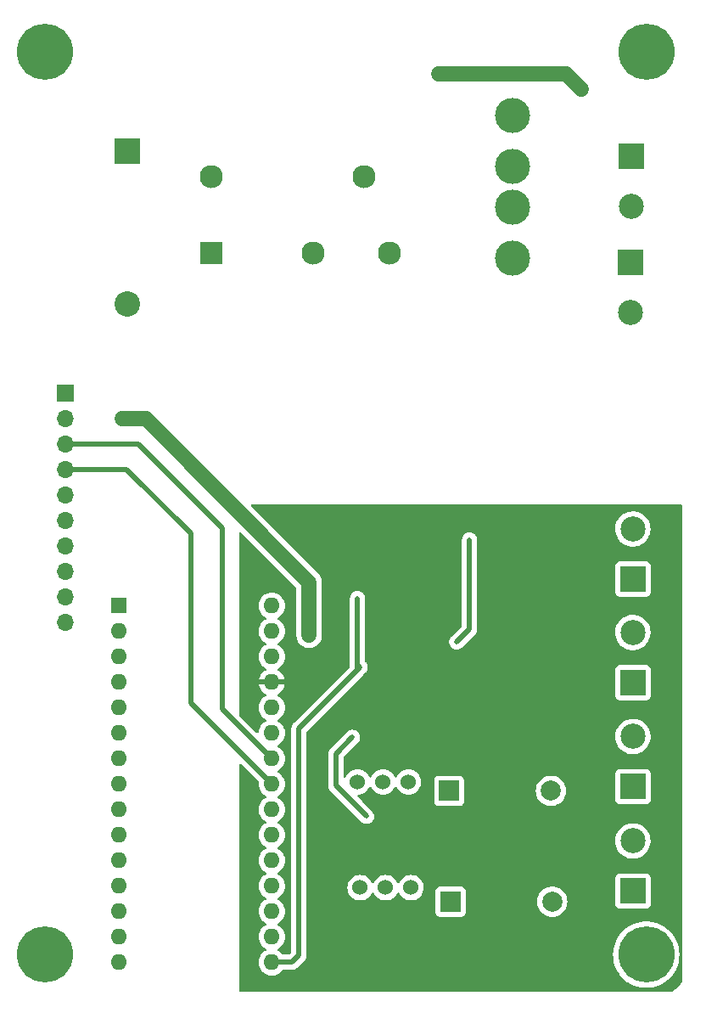
<source format=gbr>
%TF.GenerationSoftware,KiCad,Pcbnew,(6.0.4)*%
%TF.CreationDate,2023-02-01T16:26:21-05:00*%
%TF.ProjectId,BREAD_Slice,42524541-445f-4536-9c69-63652e6b6963,rev?*%
%TF.SameCoordinates,PX74eba40PY8552dc0*%
%TF.FileFunction,Copper,L1,Top*%
%TF.FilePolarity,Positive*%
%FSLAX46Y46*%
G04 Gerber Fmt 4.6, Leading zero omitted, Abs format (unit mm)*
G04 Created by KiCad (PCBNEW (6.0.4)) date 2023-02-01 16:26:21*
%MOMM*%
%LPD*%
G01*
G04 APERTURE LIST*
%TA.AperFunction,ComponentPad*%
%ADD10C,5.600000*%
%TD*%
%TA.AperFunction,ComponentPad*%
%ADD11R,1.600000X1.600000*%
%TD*%
%TA.AperFunction,ComponentPad*%
%ADD12O,1.600000X1.600000*%
%TD*%
%TA.AperFunction,ComponentPad*%
%ADD13R,1.700000X1.700000*%
%TD*%
%TA.AperFunction,ComponentPad*%
%ADD14O,1.700000X1.700000*%
%TD*%
%TA.AperFunction,ComponentPad*%
%ADD15R,2.500000X2.500000*%
%TD*%
%TA.AperFunction,ComponentPad*%
%ADD16C,2.500000*%
%TD*%
%TA.AperFunction,ComponentPad*%
%ADD17R,2.540000X2.540000*%
%TD*%
%TA.AperFunction,ComponentPad*%
%ADD18C,2.540000*%
%TD*%
%TA.AperFunction,ComponentPad*%
%ADD19R,1.998980X1.998980*%
%TD*%
%TA.AperFunction,ComponentPad*%
%ADD20C,1.998980*%
%TD*%
%TA.AperFunction,ComponentPad*%
%ADD21C,1.524000*%
%TD*%
%TA.AperFunction,ComponentPad*%
%ADD22R,2.300000X2.300000*%
%TD*%
%TA.AperFunction,ComponentPad*%
%ADD23C,2.300000*%
%TD*%
%TA.AperFunction,ComponentPad*%
%ADD24C,3.500000*%
%TD*%
%TA.AperFunction,ViaPad*%
%ADD25C,0.500000*%
%TD*%
%TA.AperFunction,Conductor*%
%ADD26C,0.500000*%
%TD*%
%TA.AperFunction,Conductor*%
%ADD27C,1.500000*%
%TD*%
G04 APERTURE END LIST*
D10*
%TO.P,H1,1*%
%TO.N,N/C*%
X5000000Y95000000D03*
%TD*%
%TO.P,H2,1*%
%TO.N,N/C*%
X65000000Y95000000D03*
%TD*%
%TO.P,H3,1*%
%TO.N,N/C*%
X5000000Y5000000D03*
%TD*%
%TO.P,H4,1*%
%TO.N,N/C*%
X65000000Y5000000D03*
%TD*%
D11*
%TO.P,A1,1,D1/TX*%
%TO.N,unconnected-(A1-Pad1)*%
X12400000Y39800000D03*
D12*
%TO.P,A1,2,D0/RX*%
%TO.N,unconnected-(A1-Pad2)*%
X12400000Y37260000D03*
%TO.P,A1,3,~{RESET}*%
%TO.N,unconnected-(A1-Pad3)*%
X12400000Y34720000D03*
%TO.P,A1,4,GND*%
%TO.N,GND*%
X12400000Y32180000D03*
%TO.P,A1,5,D2*%
%TO.N,/E_STOP*%
X12400000Y29640000D03*
%TO.P,A1,6,D3*%
%TO.N,/INT*%
X12400000Y27100000D03*
%TO.P,A1,7,D4*%
%TO.N,/SYNC*%
X12400000Y24560000D03*
%TO.P,A1,8,D5*%
%TO.N,unconnected-(A1-Pad8)*%
X12400000Y22020000D03*
%TO.P,A1,9,D6*%
%TO.N,/PWM*%
X12400000Y19480000D03*
%TO.P,A1,10,D7*%
%TO.N,unconnected-(A1-Pad10)*%
X12400000Y16940000D03*
%TO.P,A1,11,D8*%
%TO.N,unconnected-(A1-Pad11)*%
X12400000Y14400000D03*
%TO.P,A1,12,D9*%
%TO.N,unconnected-(A1-Pad12)*%
X12400000Y11860000D03*
%TO.P,A1,13,D10*%
%TO.N,/SS1*%
X12400000Y9320000D03*
%TO.P,A1,14,D11*%
%TO.N,/SS2*%
X12400000Y6780000D03*
%TO.P,A1,15,D12*%
%TO.N,/DATA*%
X12400000Y4240000D03*
%TO.P,A1,16,D13*%
%TO.N,/CLK*%
X27640000Y4240000D03*
%TO.P,A1,17,3V3*%
%TO.N,unconnected-(A1-Pad17)*%
X27640000Y6780000D03*
%TO.P,A1,18,AREF*%
%TO.N,unconnected-(A1-Pad18)*%
X27640000Y9320000D03*
%TO.P,A1,19,A0*%
%TO.N,/TMSTR2*%
X27640000Y11860000D03*
%TO.P,A1,20,A1*%
%TO.N,/TMSTR1*%
X27640000Y14400000D03*
%TO.P,A1,21,A2*%
%TO.N,unconnected-(A1-Pad21)*%
X27640000Y16940000D03*
%TO.P,A1,22,A3*%
%TO.N,unconnected-(A1-Pad22)*%
X27640000Y19480000D03*
%TO.P,A1,23,A4*%
%TO.N,/I2C_DAT*%
X27640000Y22020000D03*
%TO.P,A1,24,A5*%
%TO.N,/I2C_CLK*%
X27640000Y24560000D03*
%TO.P,A1,25,A6*%
%TO.N,unconnected-(A1-Pad25)*%
X27640000Y27100000D03*
%TO.P,A1,26,A7*%
%TO.N,unconnected-(A1-Pad26)*%
X27640000Y29640000D03*
%TO.P,A1,27,+5V*%
%TO.N,+5V*%
X27640000Y32180000D03*
%TO.P,A1,28,~{RESET}*%
%TO.N,unconnected-(A1-Pad28)*%
X27640000Y34720000D03*
%TO.P,A1,29,GND*%
%TO.N,GND*%
X27640000Y37260000D03*
%TO.P,A1,30,VIN*%
%TO.N,+12V*%
X27640000Y39800000D03*
%TD*%
D13*
%TO.P,J1,1,Pin_1*%
%TO.N,GND*%
X7000000Y61000000D03*
D14*
%TO.P,J1,2,Pin_2*%
%TO.N,+12V*%
X7000000Y58460000D03*
%TO.P,J1,3,Pin_3*%
%TO.N,/I2C_CLK*%
X7000000Y55920000D03*
%TO.P,J1,4,Pin_4*%
%TO.N,/I2C_DAT*%
X7000000Y53380000D03*
%TO.P,J1,5,Pin_5*%
%TO.N,GND*%
X7000000Y50840000D03*
%TO.P,J1,6,Pin_6*%
%TO.N,/E_STOP*%
X7000000Y48300000D03*
%TO.P,J1,7,Pin_7*%
%TO.N,/INT*%
X7000000Y45760000D03*
%TO.P,J1,8,Pin_8*%
%TO.N,/SYNC*%
X7000000Y43220000D03*
%TO.P,J1,9,Pin_9*%
%TO.N,+12V*%
X7000000Y40680000D03*
%TO.P,J1,10,Pin_10*%
%TO.N,GND*%
X7000000Y38140000D03*
%TD*%
D15*
%TO.P,J2,1*%
%TO.N,GND*%
X63673000Y21757000D03*
D16*
%TO.P,J2,2*%
%TO.N,Net-(J2-Pad2)*%
X63673000Y26757000D03*
%TD*%
D15*
%TO.P,J3,1*%
%TO.N,GND*%
X63673000Y11343000D03*
D16*
%TO.P,J3,2*%
%TO.N,Net-(J3-Pad2)*%
X63673000Y16343000D03*
%TD*%
D17*
%TO.P,D3,1,K*%
%TO.N,Net-(D3-Pad1)*%
X13208000Y85090000D03*
D18*
%TO.P,D3,2,A*%
%TO.N,Net-(K1-Pad1)*%
X13208000Y69850000D03*
%TD*%
D15*
%TO.P,J5,1*%
%TO.N,Net-(J5-Pad1)*%
X63500000Y84582000D03*
D16*
%TO.P,J5,2*%
%TO.N,Net-(J5-Pad2)*%
X63500000Y79582000D03*
%TD*%
D15*
%TO.P,J8,1*%
%TO.N,Net-(FB4-Pad2)*%
X63673000Y32131000D03*
D16*
%TO.P,J8,2*%
%TO.N,Net-(FB3-Pad2)*%
X63673000Y37131000D03*
%TD*%
D19*
%TO.P,D2,1,K*%
%TO.N,/TMSTR2*%
X45466000Y10287000D03*
D20*
%TO.P,D2,2,A*%
%TO.N,GND*%
X55626000Y10287000D03*
%TD*%
D15*
%TO.P,J7,1*%
%TO.N,Net-(FB2-Pad2)*%
X63673000Y42458000D03*
D16*
%TO.P,J7,2*%
%TO.N,Net-(FB1-Pad2)*%
X63673000Y47458000D03*
%TD*%
D21*
%TO.P,RV2,1,1*%
%TO.N,Net-(R6-Pad1)*%
X41529000Y11684000D03*
%TO.P,RV2,2,2*%
%TO.N,/TMSTR2*%
X38989000Y11684000D03*
%TO.P,RV2,3,3*%
%TO.N,unconnected-(RV2-Pad3)*%
X36449000Y11684000D03*
%TD*%
D15*
%TO.P,J4,1*%
%TO.N,Net-(J4-Pad1)*%
X63454000Y74001000D03*
D16*
%TO.P,J4,2*%
%TO.N,GND*%
X63454000Y69001000D03*
%TD*%
D19*
%TO.P,D1,1,K*%
%TO.N,/TMSTR1*%
X45339000Y21336000D03*
D20*
%TO.P,D1,2,A*%
%TO.N,GND*%
X55499000Y21336000D03*
%TD*%
D21*
%TO.P,RV1,1,1*%
%TO.N,Net-(R4-Pad1)*%
X41275000Y22225000D03*
%TO.P,RV1,2,2*%
%TO.N,/TMSTR1*%
X38735000Y22225000D03*
%TO.P,RV1,3,3*%
%TO.N,unconnected-(RV1-Pad3)*%
X36195000Y22225000D03*
%TD*%
D22*
%TO.P,K1,1*%
%TO.N,Net-(K1-Pad1)*%
X21605000Y74940000D03*
D23*
%TO.P,K1,2*%
%TO.N,Net-(J4-Pad1)*%
X31765000Y74940000D03*
%TO.P,K1,3*%
%TO.N,Net-(J5-Pad2)*%
X39385000Y74940000D03*
%TO.P,K1,4*%
%TO.N,Net-(J5-Pad1)*%
X36845000Y82560000D03*
%TO.P,K1,5*%
%TO.N,Net-(D3-Pad1)*%
X21605000Y82560000D03*
%TD*%
D24*
%TO.P,F1,1*%
%TO.N,Net-(D3-Pad1)*%
X51643000Y79564000D03*
X51643000Y74484000D03*
%TO.P,F1,2*%
%TO.N,+12V*%
X51643000Y83624000D03*
X51643000Y88704000D03*
%TD*%
D25*
%TO.N,GND*%
X35687000Y26670000D03*
X46101000Y36195000D03*
X47371000Y46355000D03*
X37084000Y18796000D03*
%TO.N,+5V*%
X41910000Y40640000D03*
X37084000Y17145000D03*
X37592000Y28321000D03*
X43688000Y30734000D03*
%TO.N,+12V*%
X31369000Y36830000D03*
X12700000Y58420000D03*
%TO.N,/CLK*%
X36195000Y40513000D03*
X36449000Y33655000D03*
%TO.N,Net-(J5-Pad1)*%
X58547000Y91313000D03*
X44323000Y92837000D03*
%TD*%
D26*
%TO.N,GND*%
X34036000Y25019000D02*
X34036000Y21844000D01*
X47371000Y37465000D02*
X46101000Y36195000D01*
X34036000Y21844000D02*
X37084000Y18796000D01*
X35687000Y26670000D02*
X34036000Y25019000D01*
X47371000Y46355000D02*
X47371000Y37465000D01*
%TO.N,+5V*%
X43688000Y30734000D02*
X41910000Y32512000D01*
X41910000Y32512000D02*
X41910000Y40640000D01*
%TO.N,/I2C_CLK*%
X22733000Y47498000D02*
X14311000Y55920000D01*
X27640000Y24560000D02*
X22733000Y29467000D01*
X22733000Y29467000D02*
X22733000Y47498000D01*
X14311000Y55920000D02*
X7000000Y55920000D01*
%TO.N,/I2C_DAT*%
X19558000Y30102000D02*
X27640000Y22020000D01*
X13168000Y53380000D02*
X19558000Y46990000D01*
X7000000Y53380000D02*
X13168000Y53380000D01*
X19558000Y46990000D02*
X19558000Y30102000D01*
D27*
%TO.N,+12V*%
X31369000Y36830000D02*
X31369000Y42131000D01*
X15080000Y58420000D02*
X12700000Y58420000D01*
X31369000Y42131000D02*
X15080000Y58420000D01*
D26*
%TO.N,/CLK*%
X36195000Y40513000D02*
X36195000Y33909000D01*
X35941000Y33147000D02*
X36195000Y33401000D01*
X35941000Y33147000D02*
X30353000Y27559000D01*
X29640000Y4240000D02*
X27640000Y4240000D01*
X30353000Y4953000D02*
X29640000Y4240000D01*
X30353000Y27559000D02*
X30353000Y4953000D01*
X36195000Y33401000D02*
X36195000Y33909000D01*
X36449000Y33655000D02*
X35941000Y33147000D01*
X36195000Y33909000D02*
X36449000Y33655000D01*
%TO.N,Net-(K1-Pad1)*%
X13250000Y69850000D02*
X13208000Y69850000D01*
D27*
%TO.N,Net-(J5-Pad1)*%
X57023000Y92837000D02*
X58547000Y91313000D01*
X44323000Y92837000D02*
X57023000Y92837000D01*
%TD*%
%TA.AperFunction,Conductor*%
%TO.N,+5V*%
G36*
X68522121Y49890998D02*
G01*
X68568614Y49837342D01*
X68580000Y49785000D01*
X68580000Y2337245D01*
X68559998Y2269124D01*
X68553963Y2260542D01*
X68444032Y2117275D01*
X68436980Y2108871D01*
X68323069Y1984560D01*
X68179686Y1828086D01*
X68171914Y1820314D01*
X67891137Y1563028D01*
X67882716Y1555962D01*
X67580578Y1324124D01*
X67571582Y1317825D01*
X67527485Y1289732D01*
X67459787Y1270000D01*
X24510000Y1270000D01*
X24441879Y1290002D01*
X24395386Y1343658D01*
X24384000Y1396000D01*
X24384000Y23899129D01*
X24404002Y23967250D01*
X24457658Y24013743D01*
X24527932Y24023847D01*
X24592512Y23994353D01*
X24599095Y23988224D01*
X26304329Y22282990D01*
X26338355Y22220678D01*
X26340755Y22182913D01*
X26326502Y22020000D01*
X26346457Y21791913D01*
X26347881Y21786600D01*
X26347881Y21786598D01*
X26399941Y21592311D01*
X26405716Y21570757D01*
X26408039Y21565776D01*
X26408039Y21565775D01*
X26500151Y21368238D01*
X26500154Y21368233D01*
X26502477Y21363251D01*
X26633802Y21175700D01*
X26795700Y21013802D01*
X26800208Y21010645D01*
X26800211Y21010643D01*
X26875746Y20957753D01*
X26983251Y20882477D01*
X26988233Y20880154D01*
X26988238Y20880151D01*
X27022457Y20864195D01*
X27075742Y20817278D01*
X27095203Y20749001D01*
X27074661Y20681041D01*
X27022457Y20635805D01*
X26988238Y20619849D01*
X26988233Y20619846D01*
X26983251Y20617523D01*
X26878389Y20544098D01*
X26800211Y20489357D01*
X26800208Y20489355D01*
X26795700Y20486198D01*
X26633802Y20324300D01*
X26630645Y20319792D01*
X26630643Y20319789D01*
X26606269Y20284979D01*
X26502477Y20136749D01*
X26500154Y20131767D01*
X26500151Y20131762D01*
X26429584Y19980429D01*
X26405716Y19929243D01*
X26404294Y19923935D01*
X26404293Y19923933D01*
X26377445Y19823735D01*
X26346457Y19708087D01*
X26326502Y19480000D01*
X26346457Y19251913D01*
X26347881Y19246600D01*
X26347881Y19246598D01*
X26381537Y19120995D01*
X26405716Y19030757D01*
X26408039Y19025776D01*
X26408039Y19025775D01*
X26500151Y18828238D01*
X26500154Y18828233D01*
X26502477Y18823251D01*
X26633802Y18635700D01*
X26795700Y18473802D01*
X26800208Y18470645D01*
X26800211Y18470643D01*
X26843090Y18440619D01*
X26983251Y18342477D01*
X26988233Y18340154D01*
X26988238Y18340151D01*
X27022457Y18324195D01*
X27075742Y18277278D01*
X27095203Y18209001D01*
X27074661Y18141041D01*
X27022457Y18095805D01*
X26988238Y18079849D01*
X26988233Y18079846D01*
X26983251Y18077523D01*
X26919477Y18032868D01*
X26800211Y17949357D01*
X26800208Y17949355D01*
X26795700Y17946198D01*
X26633802Y17784300D01*
X26630645Y17779792D01*
X26630643Y17779789D01*
X26604200Y17742024D01*
X26502477Y17596749D01*
X26500154Y17591767D01*
X26500151Y17591762D01*
X26487387Y17564389D01*
X26405716Y17389243D01*
X26346457Y17168087D01*
X26326502Y16940000D01*
X26346457Y16711913D01*
X26347881Y16706600D01*
X26347881Y16706598D01*
X26375466Y16603652D01*
X26405716Y16490757D01*
X26408039Y16485776D01*
X26408039Y16485775D01*
X26500151Y16288238D01*
X26500154Y16288233D01*
X26502477Y16283251D01*
X26633802Y16095700D01*
X26795700Y15933802D01*
X26800208Y15930645D01*
X26800211Y15930643D01*
X26877787Y15876324D01*
X26983251Y15802477D01*
X26988233Y15800154D01*
X26988238Y15800151D01*
X27022457Y15784195D01*
X27075742Y15737278D01*
X27095203Y15669001D01*
X27074661Y15601041D01*
X27022457Y15555805D01*
X26988238Y15539849D01*
X26988233Y15539846D01*
X26983251Y15537523D01*
X26878389Y15464098D01*
X26800211Y15409357D01*
X26800208Y15409355D01*
X26795700Y15406198D01*
X26633802Y15244300D01*
X26502477Y15056749D01*
X26500154Y15051767D01*
X26500151Y15051762D01*
X26438418Y14919374D01*
X26405716Y14849243D01*
X26404294Y14843935D01*
X26404293Y14843933D01*
X26349970Y14641198D01*
X26346457Y14628087D01*
X26326502Y14400000D01*
X26346457Y14171913D01*
X26405716Y13950757D01*
X26408039Y13945776D01*
X26408039Y13945775D01*
X26500151Y13748238D01*
X26500154Y13748233D01*
X26502477Y13743251D01*
X26633802Y13555700D01*
X26795700Y13393802D01*
X26800208Y13390645D01*
X26800211Y13390643D01*
X26878389Y13335902D01*
X26983251Y13262477D01*
X26988233Y13260154D01*
X26988238Y13260151D01*
X27022457Y13244195D01*
X27075742Y13197278D01*
X27095203Y13129001D01*
X27074661Y13061041D01*
X27022457Y13015805D01*
X26988238Y12999849D01*
X26988233Y12999846D01*
X26983251Y12997523D01*
X26899035Y12938554D01*
X26800211Y12869357D01*
X26800208Y12869355D01*
X26795700Y12866198D01*
X26633802Y12704300D01*
X26630645Y12699792D01*
X26630643Y12699789D01*
X26587180Y12637717D01*
X26502477Y12516749D01*
X26500154Y12511767D01*
X26500151Y12511762D01*
X26409188Y12316689D01*
X26405716Y12309243D01*
X26404294Y12303935D01*
X26404293Y12303933D01*
X26353638Y12114886D01*
X26346457Y12088087D01*
X26326502Y11860000D01*
X26346457Y11631913D01*
X26347881Y11626600D01*
X26347881Y11626598D01*
X26378920Y11510762D01*
X26405716Y11410757D01*
X26408039Y11405776D01*
X26408039Y11405775D01*
X26500151Y11208238D01*
X26500154Y11208233D01*
X26502477Y11203251D01*
X26633802Y11015700D01*
X26795700Y10853802D01*
X26800208Y10850645D01*
X26800211Y10850643D01*
X26878389Y10795902D01*
X26983251Y10722477D01*
X26988233Y10720154D01*
X26988238Y10720151D01*
X27022457Y10704195D01*
X27075742Y10657278D01*
X27095203Y10589001D01*
X27074661Y10521041D01*
X27022457Y10475805D01*
X26988238Y10459849D01*
X26988233Y10459846D01*
X26983251Y10457523D01*
X26914133Y10409126D01*
X26800211Y10329357D01*
X26800208Y10329355D01*
X26795700Y10326198D01*
X26633802Y10164300D01*
X26502477Y9976749D01*
X26500154Y9971767D01*
X26500151Y9971762D01*
X26438295Y9839109D01*
X26405716Y9769243D01*
X26346457Y9548087D01*
X26326502Y9320000D01*
X26346457Y9091913D01*
X26347881Y9086600D01*
X26347881Y9086598D01*
X26392825Y8918868D01*
X26405716Y8870757D01*
X26408039Y8865776D01*
X26408039Y8865775D01*
X26500151Y8668238D01*
X26500154Y8668233D01*
X26502477Y8663251D01*
X26633802Y8475700D01*
X26795700Y8313802D01*
X26800208Y8310645D01*
X26800211Y8310643D01*
X26803710Y8308193D01*
X26983251Y8182477D01*
X26988233Y8180154D01*
X26988238Y8180151D01*
X27022457Y8164195D01*
X27075742Y8117278D01*
X27095203Y8049001D01*
X27074661Y7981041D01*
X27022457Y7935805D01*
X26988238Y7919849D01*
X26988233Y7919846D01*
X26983251Y7917523D01*
X26878389Y7844098D01*
X26800211Y7789357D01*
X26800208Y7789355D01*
X26795700Y7786198D01*
X26633802Y7624300D01*
X26502477Y7436749D01*
X26500154Y7431767D01*
X26500151Y7431762D01*
X26430487Y7282365D01*
X26405716Y7229243D01*
X26404294Y7223935D01*
X26404293Y7223933D01*
X26347881Y7013402D01*
X26346457Y7008087D01*
X26326502Y6780000D01*
X26346457Y6551913D01*
X26347881Y6546600D01*
X26347881Y6546598D01*
X26389089Y6392811D01*
X26405716Y6330757D01*
X26408039Y6325776D01*
X26408039Y6325775D01*
X26500151Y6128238D01*
X26500154Y6128233D01*
X26502477Y6123251D01*
X26633802Y5935700D01*
X26795700Y5773802D01*
X26800208Y5770645D01*
X26800211Y5770643D01*
X26863875Y5726065D01*
X26983251Y5642477D01*
X26988233Y5640154D01*
X26988238Y5640151D01*
X27022457Y5624195D01*
X27075742Y5577278D01*
X27095203Y5509001D01*
X27074661Y5441041D01*
X27022457Y5395805D01*
X26988238Y5379849D01*
X26988233Y5379846D01*
X26983251Y5377523D01*
X26950284Y5354439D01*
X26800211Y5249357D01*
X26800208Y5249355D01*
X26795700Y5246198D01*
X26633802Y5084300D01*
X26502477Y4896749D01*
X26500154Y4891767D01*
X26500151Y4891762D01*
X26410526Y4699559D01*
X26405716Y4689243D01*
X26404294Y4683935D01*
X26404293Y4683933D01*
X26365954Y4540850D01*
X26346457Y4468087D01*
X26326502Y4240000D01*
X26346457Y4011913D01*
X26405716Y3790757D01*
X26408039Y3785776D01*
X26408039Y3785775D01*
X26500151Y3588238D01*
X26500154Y3588233D01*
X26502477Y3583251D01*
X26633802Y3395700D01*
X26795700Y3233802D01*
X26800208Y3230645D01*
X26800211Y3230643D01*
X26829887Y3209864D01*
X26983251Y3102477D01*
X26988233Y3100154D01*
X26988238Y3100151D01*
X27184130Y3008806D01*
X27190757Y3005716D01*
X27196065Y3004294D01*
X27196067Y3004293D01*
X27406598Y2947881D01*
X27406600Y2947881D01*
X27411913Y2946457D01*
X27640000Y2926502D01*
X27868087Y2946457D01*
X27873400Y2947881D01*
X27873402Y2947881D01*
X28083933Y3004293D01*
X28083935Y3004294D01*
X28089243Y3005716D01*
X28095870Y3008806D01*
X28291762Y3100151D01*
X28291767Y3100154D01*
X28296749Y3102477D01*
X28450113Y3209864D01*
X28479789Y3230643D01*
X28479792Y3230645D01*
X28484300Y3233802D01*
X28646198Y3395700D01*
X28668655Y3427771D01*
X28724110Y3472099D01*
X28771867Y3481500D01*
X29572930Y3481500D01*
X29591880Y3480067D01*
X29606115Y3477901D01*
X29606119Y3477901D01*
X29613349Y3476801D01*
X29620641Y3477394D01*
X29620644Y3477394D01*
X29666018Y3481085D01*
X29676233Y3481500D01*
X29684293Y3481500D01*
X29697583Y3483049D01*
X29712507Y3484789D01*
X29716882Y3485222D01*
X29782339Y3490546D01*
X29782342Y3490547D01*
X29789637Y3491140D01*
X29796601Y3493396D01*
X29802560Y3494587D01*
X29808415Y3495971D01*
X29815681Y3496818D01*
X29884327Y3521735D01*
X29888455Y3523152D01*
X29950936Y3543393D01*
X29950938Y3543394D01*
X29957899Y3545649D01*
X29964154Y3549445D01*
X29969628Y3551951D01*
X29975058Y3554670D01*
X29981937Y3557167D01*
X30014846Y3578743D01*
X30042976Y3597186D01*
X30046680Y3599523D01*
X30109107Y3637405D01*
X30117484Y3644803D01*
X30117508Y3644776D01*
X30120500Y3647429D01*
X30123733Y3650132D01*
X30129852Y3654144D01*
X30183128Y3710383D01*
X30185506Y3712825D01*
X30841911Y4369230D01*
X30856323Y4381616D01*
X30867918Y4390149D01*
X30867923Y4390154D01*
X30873818Y4394492D01*
X30878557Y4400070D01*
X30878560Y4400073D01*
X30908035Y4434768D01*
X30914965Y4442284D01*
X30920660Y4447979D01*
X30932233Y4462607D01*
X30938281Y4470251D01*
X30941072Y4473655D01*
X30983591Y4523703D01*
X30983592Y4523705D01*
X30988333Y4529285D01*
X30991661Y4535801D01*
X30995028Y4540850D01*
X30998195Y4545979D01*
X31002734Y4551716D01*
X31033655Y4617875D01*
X31035561Y4621775D01*
X31068769Y4686808D01*
X31070508Y4693916D01*
X31072607Y4699559D01*
X31074524Y4705322D01*
X31077622Y4711950D01*
X31092487Y4783417D01*
X31093457Y4787701D01*
X31109473Y4853155D01*
X31110808Y4858610D01*
X31111500Y4869764D01*
X31111536Y4869762D01*
X31111775Y4873755D01*
X31112149Y4877947D01*
X31113640Y4885115D01*
X31111546Y4962521D01*
X31111500Y4965928D01*
X31111500Y5011566D01*
X61686661Y5011566D01*
X61704792Y4653660D01*
X61705329Y4650305D01*
X61705330Y4650299D01*
X61738152Y4445383D01*
X61761470Y4299805D01*
X61856033Y3954141D01*
X61987374Y3620712D01*
X62007041Y3583251D01*
X62103141Y3400209D01*
X62153957Y3303418D01*
X62155858Y3300589D01*
X62155864Y3300579D01*
X62290547Y3100151D01*
X62353834Y3005971D01*
X62584665Y2731850D01*
X62843751Y2484262D01*
X63128061Y2266103D01*
X63160056Y2246650D01*
X63431355Y2081697D01*
X63431360Y2081694D01*
X63434270Y2079925D01*
X63437358Y2078479D01*
X63437357Y2078479D01*
X63755710Y1929351D01*
X63755720Y1929347D01*
X63758794Y1927907D01*
X63762012Y1926805D01*
X63762015Y1926804D01*
X64094615Y1812929D01*
X64094623Y1812927D01*
X64097838Y1811826D01*
X64447435Y1733041D01*
X64499728Y1727083D01*
X64800114Y1692858D01*
X64800122Y1692858D01*
X64803497Y1692473D01*
X64806901Y1692455D01*
X64806904Y1692455D01*
X65001227Y1691438D01*
X65161857Y1690597D01*
X65165243Y1690947D01*
X65165245Y1690947D01*
X65514932Y1727083D01*
X65514941Y1727084D01*
X65518324Y1727434D01*
X65521657Y1728148D01*
X65521660Y1728149D01*
X65694186Y1765136D01*
X65868727Y1802554D01*
X66208968Y1915078D01*
X66535066Y2063689D01*
X66629052Y2119494D01*
X66840262Y2244901D01*
X66840267Y2244904D01*
X66843207Y2246650D01*
X67129786Y2461820D01*
X67391451Y2706681D01*
X67625140Y2978370D01*
X67731750Y3133488D01*
X67826190Y3270899D01*
X67826195Y3270906D01*
X67828120Y3273708D01*
X67829732Y3276702D01*
X67829737Y3276710D01*
X67973331Y3543393D01*
X67998017Y3589240D01*
X68132842Y3921276D01*
X68143142Y3957432D01*
X68222074Y4234525D01*
X68231020Y4265930D01*
X68237386Y4303171D01*
X68290829Y4615825D01*
X68290829Y4615827D01*
X68291401Y4619172D01*
X68293511Y4653660D01*
X68313168Y4975072D01*
X68313278Y4976869D01*
X68313359Y5000000D01*
X68293979Y5357841D01*
X68236066Y5711495D01*
X68140297Y6056827D01*
X68137243Y6064503D01*
X68009052Y6386631D01*
X68007793Y6389795D01*
X67921956Y6551913D01*
X67841702Y6703487D01*
X67841698Y6703494D01*
X67840103Y6706506D01*
X67639190Y7003254D01*
X67635092Y7008087D01*
X67543506Y7116081D01*
X67407403Y7276568D01*
X67147454Y7523250D01*
X66862384Y7740415D01*
X66859472Y7742172D01*
X66859467Y7742175D01*
X66558443Y7923764D01*
X66558437Y7923767D01*
X66555528Y7925522D01*
X66230475Y8076407D01*
X66060752Y8133855D01*
X65894255Y8190211D01*
X65894250Y8190212D01*
X65891028Y8191303D01*
X65692681Y8235276D01*
X65544493Y8268129D01*
X65544487Y8268130D01*
X65541158Y8268868D01*
X65537769Y8269242D01*
X65537764Y8269243D01*
X65188338Y8307820D01*
X65188333Y8307820D01*
X65184957Y8308193D01*
X65181558Y8308199D01*
X65181557Y8308199D01*
X65012080Y8308495D01*
X64826592Y8308818D01*
X64713413Y8296723D01*
X64473639Y8271099D01*
X64473631Y8271098D01*
X64470256Y8270737D01*
X64120117Y8194394D01*
X63780271Y8080683D01*
X63777178Y8079261D01*
X63777177Y8079260D01*
X63595090Y7995509D01*
X63454694Y7930934D01*
X63451760Y7929178D01*
X63451758Y7929177D01*
X63206346Y7782301D01*
X63147193Y7746899D01*
X63144467Y7744837D01*
X63144465Y7744836D01*
X62979124Y7619789D01*
X62861367Y7530730D01*
X62600559Y7284957D01*
X62367819Y7012454D01*
X62365900Y7009642D01*
X62365897Y7009637D01*
X62272624Y6872903D01*
X62165871Y6716409D01*
X61997077Y6400286D01*
X61863411Y6067782D01*
X61862491Y6064508D01*
X61862489Y6064503D01*
X61779889Y5770643D01*
X61766437Y5722787D01*
X61765875Y5719430D01*
X61765875Y5719429D01*
X61708132Y5374366D01*
X61707290Y5369337D01*
X61686661Y5011566D01*
X31111500Y5011566D01*
X31111500Y9239376D01*
X43958010Y9239376D01*
X43964765Y9177194D01*
X44015895Y9040805D01*
X44103249Y8924249D01*
X44219805Y8836895D01*
X44356194Y8785765D01*
X44418376Y8779010D01*
X46513624Y8779010D01*
X46575806Y8785765D01*
X46712195Y8836895D01*
X46828751Y8924249D01*
X46916105Y9040805D01*
X46967235Y9177194D01*
X46973990Y9239376D01*
X46973990Y10287000D01*
X54113347Y10287000D01*
X54131970Y10050369D01*
X54150842Y9971762D01*
X54182690Y9839109D01*
X54187382Y9819565D01*
X54189272Y9815002D01*
X54189274Y9814996D01*
X54262077Y9639233D01*
X54278216Y9600270D01*
X54402238Y9397885D01*
X54556393Y9217393D01*
X54736885Y9063238D01*
X54939270Y8939216D01*
X54943840Y8937323D01*
X54943844Y8937321D01*
X55153996Y8850274D01*
X55154002Y8850272D01*
X55158565Y8848382D01*
X55163365Y8847230D01*
X55163370Y8847228D01*
X55268785Y8821920D01*
X55389369Y8792970D01*
X55626000Y8774347D01*
X55862631Y8792970D01*
X55983215Y8821920D01*
X56088630Y8847228D01*
X56088635Y8847230D01*
X56093435Y8848382D01*
X56097998Y8850272D01*
X56098004Y8850274D01*
X56308156Y8937321D01*
X56308160Y8937323D01*
X56312730Y8939216D01*
X56515115Y9063238D01*
X56695607Y9217393D01*
X56849762Y9397885D01*
X56973784Y9600270D01*
X56989923Y9639233D01*
X57062726Y9814996D01*
X57062728Y9815002D01*
X57064618Y9819565D01*
X57069311Y9839109D01*
X57101158Y9971762D01*
X57118709Y10044866D01*
X61914500Y10044866D01*
X61921255Y9982684D01*
X61972385Y9846295D01*
X62059739Y9729739D01*
X62176295Y9642385D01*
X62312684Y9591255D01*
X62374866Y9584500D01*
X64971134Y9584500D01*
X65033316Y9591255D01*
X65169705Y9642385D01*
X65286261Y9729739D01*
X65373615Y9846295D01*
X65424745Y9982684D01*
X65431500Y10044866D01*
X65431500Y12641134D01*
X65424745Y12703316D01*
X65373615Y12839705D01*
X65286261Y12956261D01*
X65169705Y13043615D01*
X65033316Y13094745D01*
X64971134Y13101500D01*
X62374866Y13101500D01*
X62312684Y13094745D01*
X62176295Y13043615D01*
X62059739Y12956261D01*
X61972385Y12839705D01*
X61921255Y12703316D01*
X61914500Y12641134D01*
X61914500Y10044866D01*
X57118709Y10044866D01*
X57120030Y10050369D01*
X57138653Y10287000D01*
X57120030Y10523631D01*
X57064618Y10754435D01*
X57062728Y10758998D01*
X57062726Y10759004D01*
X56975679Y10969156D01*
X56975677Y10969160D01*
X56973784Y10973730D01*
X56849762Y11176115D01*
X56695607Y11356607D01*
X56515115Y11510762D01*
X56312730Y11634784D01*
X56308160Y11636677D01*
X56308156Y11636679D01*
X56098004Y11723726D01*
X56097998Y11723728D01*
X56093435Y11725618D01*
X56088635Y11726770D01*
X56088630Y11726772D01*
X55983215Y11752080D01*
X55862631Y11781030D01*
X55626000Y11799653D01*
X55389369Y11781030D01*
X55268785Y11752080D01*
X55163370Y11726772D01*
X55163365Y11726770D01*
X55158565Y11725618D01*
X55154002Y11723728D01*
X55153996Y11723726D01*
X54943844Y11636679D01*
X54943840Y11636677D01*
X54939270Y11634784D01*
X54736885Y11510762D01*
X54556393Y11356607D01*
X54402238Y11176115D01*
X54278216Y10973730D01*
X54276323Y10969160D01*
X54276321Y10969156D01*
X54189274Y10759004D01*
X54189272Y10758998D01*
X54187382Y10754435D01*
X54131970Y10523631D01*
X54113347Y10287000D01*
X46973990Y10287000D01*
X46973990Y11334624D01*
X46967235Y11396806D01*
X46916105Y11533195D01*
X46828751Y11649751D01*
X46712195Y11737105D01*
X46575806Y11788235D01*
X46513624Y11794990D01*
X44418376Y11794990D01*
X44356194Y11788235D01*
X44219805Y11737105D01*
X44103249Y11649751D01*
X44015895Y11533195D01*
X43964765Y11396806D01*
X43958010Y11334624D01*
X43958010Y9239376D01*
X31111500Y9239376D01*
X31111500Y11684000D01*
X35173647Y11684000D01*
X35193022Y11462537D01*
X35250560Y11247804D01*
X35252882Y11242823D01*
X35252883Y11242822D01*
X35342186Y11051311D01*
X35342189Y11051306D01*
X35344512Y11046324D01*
X35347668Y11041817D01*
X35347669Y11041815D01*
X35395343Y10973730D01*
X35472023Y10864219D01*
X35629219Y10707023D01*
X35633727Y10703866D01*
X35633730Y10703864D01*
X35697861Y10658959D01*
X35811323Y10579512D01*
X35816305Y10577189D01*
X35816310Y10577186D01*
X36007822Y10487883D01*
X36012804Y10485560D01*
X36018112Y10484138D01*
X36018114Y10484137D01*
X36049210Y10475805D01*
X36227537Y10428022D01*
X36449000Y10408647D01*
X36670463Y10428022D01*
X36848790Y10475805D01*
X36879886Y10484137D01*
X36879888Y10484138D01*
X36885196Y10485560D01*
X36890178Y10487883D01*
X37081690Y10577186D01*
X37081695Y10577189D01*
X37086677Y10579512D01*
X37200139Y10658959D01*
X37264270Y10703864D01*
X37264273Y10703866D01*
X37268781Y10707023D01*
X37425977Y10864219D01*
X37502658Y10973730D01*
X37550331Y11041815D01*
X37550332Y11041817D01*
X37553488Y11046324D01*
X37555811Y11051306D01*
X37555814Y11051311D01*
X37604805Y11156373D01*
X37651723Y11209658D01*
X37720000Y11229119D01*
X37787960Y11208577D01*
X37833195Y11156373D01*
X37882186Y11051311D01*
X37882189Y11051306D01*
X37884512Y11046324D01*
X37887668Y11041817D01*
X37887669Y11041815D01*
X37935343Y10973730D01*
X38012023Y10864219D01*
X38169219Y10707023D01*
X38173727Y10703866D01*
X38173730Y10703864D01*
X38237861Y10658959D01*
X38351323Y10579512D01*
X38356305Y10577189D01*
X38356310Y10577186D01*
X38547822Y10487883D01*
X38552804Y10485560D01*
X38558112Y10484138D01*
X38558114Y10484137D01*
X38589210Y10475805D01*
X38767537Y10428022D01*
X38989000Y10408647D01*
X39210463Y10428022D01*
X39388790Y10475805D01*
X39419886Y10484137D01*
X39419888Y10484138D01*
X39425196Y10485560D01*
X39430178Y10487883D01*
X39621690Y10577186D01*
X39621695Y10577189D01*
X39626677Y10579512D01*
X39740139Y10658959D01*
X39804270Y10703864D01*
X39804273Y10703866D01*
X39808781Y10707023D01*
X39965977Y10864219D01*
X40042658Y10973730D01*
X40090331Y11041815D01*
X40090332Y11041817D01*
X40093488Y11046324D01*
X40095811Y11051306D01*
X40095814Y11051311D01*
X40144805Y11156373D01*
X40191723Y11209658D01*
X40260000Y11229119D01*
X40327960Y11208577D01*
X40373195Y11156373D01*
X40422186Y11051311D01*
X40422189Y11051306D01*
X40424512Y11046324D01*
X40427668Y11041817D01*
X40427669Y11041815D01*
X40475343Y10973730D01*
X40552023Y10864219D01*
X40709219Y10707023D01*
X40713727Y10703866D01*
X40713730Y10703864D01*
X40777861Y10658959D01*
X40891323Y10579512D01*
X40896305Y10577189D01*
X40896310Y10577186D01*
X41087822Y10487883D01*
X41092804Y10485560D01*
X41098112Y10484138D01*
X41098114Y10484137D01*
X41129210Y10475805D01*
X41307537Y10428022D01*
X41529000Y10408647D01*
X41750463Y10428022D01*
X41928790Y10475805D01*
X41959886Y10484137D01*
X41959888Y10484138D01*
X41965196Y10485560D01*
X41970178Y10487883D01*
X42161690Y10577186D01*
X42161695Y10577189D01*
X42166677Y10579512D01*
X42280139Y10658959D01*
X42344270Y10703864D01*
X42344273Y10703866D01*
X42348781Y10707023D01*
X42505977Y10864219D01*
X42582658Y10973730D01*
X42630331Y11041815D01*
X42630332Y11041817D01*
X42633488Y11046324D01*
X42635811Y11051306D01*
X42635814Y11051311D01*
X42725117Y11242822D01*
X42725118Y11242823D01*
X42727440Y11247804D01*
X42784978Y11462537D01*
X42804353Y11684000D01*
X42784978Y11905463D01*
X42736044Y12088087D01*
X42728863Y12114886D01*
X42728862Y12114888D01*
X42727440Y12120196D01*
X42639286Y12309243D01*
X42635814Y12316689D01*
X42635811Y12316694D01*
X42633488Y12321676D01*
X42505977Y12503781D01*
X42348781Y12660977D01*
X42344273Y12664134D01*
X42344270Y12664136D01*
X42268505Y12717187D01*
X42166677Y12788488D01*
X42161695Y12790811D01*
X42161690Y12790814D01*
X41970178Y12880117D01*
X41970177Y12880118D01*
X41965196Y12882440D01*
X41959888Y12883862D01*
X41959886Y12883863D01*
X41894051Y12901503D01*
X41750463Y12939978D01*
X41529000Y12959353D01*
X41307537Y12939978D01*
X41163949Y12901503D01*
X41098114Y12883863D01*
X41098112Y12883862D01*
X41092804Y12882440D01*
X41087823Y12880118D01*
X41087822Y12880117D01*
X40896311Y12790814D01*
X40896306Y12790811D01*
X40891324Y12788488D01*
X40886817Y12785332D01*
X40886815Y12785331D01*
X40713730Y12664136D01*
X40713727Y12664134D01*
X40709219Y12660977D01*
X40552023Y12503781D01*
X40424512Y12321676D01*
X40422189Y12316694D01*
X40422186Y12316689D01*
X40373195Y12211627D01*
X40326277Y12158342D01*
X40258000Y12138881D01*
X40190040Y12159423D01*
X40144805Y12211627D01*
X40095814Y12316689D01*
X40095811Y12316694D01*
X40093488Y12321676D01*
X39965977Y12503781D01*
X39808781Y12660977D01*
X39804273Y12664134D01*
X39804270Y12664136D01*
X39728505Y12717187D01*
X39626677Y12788488D01*
X39621695Y12790811D01*
X39621690Y12790814D01*
X39430178Y12880117D01*
X39430177Y12880118D01*
X39425196Y12882440D01*
X39419888Y12883862D01*
X39419886Y12883863D01*
X39354051Y12901503D01*
X39210463Y12939978D01*
X38989000Y12959353D01*
X38767537Y12939978D01*
X38623949Y12901503D01*
X38558114Y12883863D01*
X38558112Y12883862D01*
X38552804Y12882440D01*
X38547823Y12880118D01*
X38547822Y12880117D01*
X38356311Y12790814D01*
X38356306Y12790811D01*
X38351324Y12788488D01*
X38346817Y12785332D01*
X38346815Y12785331D01*
X38173730Y12664136D01*
X38173727Y12664134D01*
X38169219Y12660977D01*
X38012023Y12503781D01*
X37884512Y12321676D01*
X37882189Y12316694D01*
X37882186Y12316689D01*
X37833195Y12211627D01*
X37786277Y12158342D01*
X37718000Y12138881D01*
X37650040Y12159423D01*
X37604805Y12211627D01*
X37555814Y12316689D01*
X37555811Y12316694D01*
X37553488Y12321676D01*
X37425977Y12503781D01*
X37268781Y12660977D01*
X37264273Y12664134D01*
X37264270Y12664136D01*
X37188505Y12717187D01*
X37086677Y12788488D01*
X37081695Y12790811D01*
X37081690Y12790814D01*
X36890178Y12880117D01*
X36890177Y12880118D01*
X36885196Y12882440D01*
X36879888Y12883862D01*
X36879886Y12883863D01*
X36814051Y12901503D01*
X36670463Y12939978D01*
X36449000Y12959353D01*
X36227537Y12939978D01*
X36083949Y12901503D01*
X36018114Y12883863D01*
X36018112Y12883862D01*
X36012804Y12882440D01*
X36007823Y12880118D01*
X36007822Y12880117D01*
X35816311Y12790814D01*
X35816306Y12790811D01*
X35811324Y12788488D01*
X35806817Y12785332D01*
X35806815Y12785331D01*
X35633730Y12664136D01*
X35633727Y12664134D01*
X35629219Y12660977D01*
X35472023Y12503781D01*
X35344512Y12321676D01*
X35342189Y12316694D01*
X35342186Y12316689D01*
X35338714Y12309243D01*
X35250560Y12120196D01*
X35249138Y12114888D01*
X35249137Y12114886D01*
X35241956Y12088087D01*
X35193022Y11905463D01*
X35173647Y11684000D01*
X31111500Y11684000D01*
X31111500Y16389161D01*
X61910173Y16389161D01*
X61922713Y16128092D01*
X61973704Y15871744D01*
X62062026Y15625748D01*
X62099607Y15555805D01*
X62182088Y15402301D01*
X62185737Y15395509D01*
X62188532Y15391766D01*
X62188534Y15391763D01*
X62339330Y15189823D01*
X62339335Y15189817D01*
X62342122Y15186085D01*
X62345431Y15182805D01*
X62345436Y15182799D01*
X62477622Y15051762D01*
X62527743Y15002077D01*
X62531505Y14999319D01*
X62531508Y14999316D01*
X62734750Y14850293D01*
X62738524Y14847526D01*
X62742667Y14845346D01*
X62742669Y14845345D01*
X62965684Y14728011D01*
X62965689Y14728009D01*
X62969834Y14725828D01*
X63216590Y14639656D01*
X63221183Y14638784D01*
X63468785Y14591776D01*
X63468788Y14591776D01*
X63473374Y14590905D01*
X63603958Y14585774D01*
X63729875Y14580826D01*
X63729881Y14580826D01*
X63734543Y14580643D01*
X63813977Y14589343D01*
X63989707Y14608588D01*
X63989712Y14608589D01*
X63994360Y14609098D01*
X64107116Y14638784D01*
X64242594Y14674452D01*
X64242596Y14674453D01*
X64247117Y14675643D01*
X64487262Y14778818D01*
X64709519Y14916354D01*
X64713082Y14919371D01*
X64713087Y14919374D01*
X64905439Y15082213D01*
X64905440Y15082214D01*
X64909005Y15085232D01*
X65044548Y15239789D01*
X65078257Y15278226D01*
X65078261Y15278231D01*
X65081339Y15281741D01*
X65222733Y15501563D01*
X65330083Y15739871D01*
X65401030Y15991428D01*
X65417832Y16123504D01*
X65433616Y16247579D01*
X65433616Y16247583D01*
X65434014Y16250709D01*
X65436431Y16343000D01*
X65417061Y16603652D01*
X65405725Y16653752D01*
X65360408Y16854020D01*
X65359377Y16858577D01*
X65264647Y17102177D01*
X65134951Y17329098D01*
X64973138Y17534357D01*
X64782763Y17713443D01*
X64568009Y17862424D01*
X64563816Y17864492D01*
X64337781Y17975960D01*
X64337778Y17975961D01*
X64333593Y17978025D01*
X64287449Y17992796D01*
X64089123Y18056280D01*
X64084665Y18057707D01*
X63826693Y18099721D01*
X63712942Y18101210D01*
X63570022Y18103081D01*
X63570019Y18103081D01*
X63565345Y18103142D01*
X63306362Y18067896D01*
X63301876Y18066588D01*
X63301874Y18066588D01*
X63239231Y18048329D01*
X63055433Y17994757D01*
X63051180Y17992797D01*
X63051179Y17992796D01*
X63014659Y17975960D01*
X62818072Y17885332D01*
X62779067Y17859759D01*
X62603404Y17744590D01*
X62603399Y17744586D01*
X62599491Y17742024D01*
X62404494Y17567982D01*
X62237363Y17367030D01*
X62234934Y17363027D01*
X62116642Y17168087D01*
X62101771Y17143581D01*
X62000697Y16902545D01*
X61936359Y16649217D01*
X61910173Y16389161D01*
X31111500Y16389161D01*
X31111500Y21870651D01*
X33272801Y21870651D01*
X33273394Y21863359D01*
X33273394Y21863356D01*
X33277085Y21817982D01*
X33277500Y21807767D01*
X33277500Y21799707D01*
X33277925Y21796063D01*
X33280789Y21771493D01*
X33281222Y21767118D01*
X33287140Y21694363D01*
X33289396Y21687399D01*
X33290587Y21681440D01*
X33291971Y21675585D01*
X33292818Y21668319D01*
X33317735Y21599673D01*
X33319152Y21595545D01*
X33341649Y21526101D01*
X33345445Y21519846D01*
X33347951Y21514372D01*
X33350670Y21508942D01*
X33353167Y21502063D01*
X33357180Y21495943D01*
X33357180Y21495942D01*
X33393186Y21441024D01*
X33395523Y21437320D01*
X33433405Y21374893D01*
X33437121Y21370685D01*
X33437122Y21370684D01*
X33440803Y21366516D01*
X33440776Y21366492D01*
X33443429Y21363500D01*
X33446132Y21360267D01*
X33450144Y21354148D01*
X33455456Y21349116D01*
X33506383Y21300872D01*
X33508825Y21298494D01*
X36540468Y18266851D01*
X36542010Y18265283D01*
X36597455Y18207868D01*
X36603346Y18204013D01*
X36603351Y18204009D01*
X36635512Y18182964D01*
X36644698Y18176345D01*
X36676973Y18150809D01*
X36676978Y18150806D01*
X36682716Y18146266D01*
X36689345Y18143168D01*
X36689348Y18143166D01*
X36698113Y18139070D01*
X36705649Y18135548D01*
X36721281Y18126839D01*
X36739846Y18114690D01*
X36746446Y18112235D01*
X36746455Y18112231D01*
X36786130Y18097476D01*
X36795557Y18093528D01*
X36842950Y18071378D01*
X36863249Y18067156D01*
X36863932Y18067014D01*
X36882190Y18061752D01*
X36891043Y18058460D01*
X36899341Y18055374D01*
X36936102Y18050469D01*
X36952139Y18048329D01*
X36961132Y18046796D01*
X37008951Y18036850D01*
X37016115Y18035360D01*
X37033667Y18035835D01*
X37053725Y18034775D01*
X37068015Y18032868D01*
X37075027Y18033506D01*
X37075032Y18033506D01*
X37124927Y18038047D01*
X37132938Y18038520D01*
X37185604Y18039945D01*
X37185605Y18039945D01*
X37192921Y18040143D01*
X37199995Y18042019D01*
X37199998Y18042019D01*
X37206150Y18043650D01*
X37227011Y18047338D01*
X37228426Y18047467D01*
X37230464Y18047652D01*
X37230465Y18047652D01*
X37237483Y18048291D01*
X37244183Y18050468D01*
X37244188Y18050469D01*
X37295544Y18067156D01*
X37302187Y18069114D01*
X37356806Y18083596D01*
X37356816Y18083600D01*
X37363884Y18085474D01*
X37370336Y18088926D01*
X37372525Y18090097D01*
X37391157Y18098034D01*
X37392625Y18098700D01*
X37399322Y18100876D01*
X37455122Y18134139D01*
X37460192Y18137005D01*
X37470877Y18142722D01*
X37519834Y18168918D01*
X37525321Y18173764D01*
X37529967Y18176993D01*
X37533989Y18179929D01*
X37533827Y18180143D01*
X37539439Y18184403D01*
X37545490Y18188010D01*
X37595399Y18235538D01*
X37598870Y18238721D01*
X37652404Y18286000D01*
X37656632Y18291982D01*
X37658011Y18293519D01*
X37660850Y18297202D01*
X37663621Y18300504D01*
X37668721Y18305361D01*
X37681235Y18324195D01*
X37709067Y18366086D01*
X37711118Y18369078D01*
X37750258Y18424461D01*
X37754484Y18430440D01*
X37757221Y18437232D01*
X37758160Y18438954D01*
X37759662Y18442239D01*
X37762891Y18447098D01*
X37790236Y18519086D01*
X37791155Y18521432D01*
X37817862Y18587701D01*
X37820598Y18594489D01*
X37821699Y18601726D01*
X37821879Y18602384D01*
X37823319Y18606175D01*
X37834655Y18686837D01*
X37834862Y18688251D01*
X37846098Y18762114D01*
X37847199Y18769349D01*
X37846851Y18773622D01*
X37847001Y18774687D01*
X37847299Y18796000D01*
X37839258Y18867689D01*
X37838889Y18871506D01*
X37833454Y18938337D01*
X37833453Y18938340D01*
X37832860Y18945636D01*
X37830604Y18952599D01*
X37830220Y18954522D01*
X37829035Y18958833D01*
X37828331Y18965108D01*
X37803268Y19037081D01*
X37802395Y19039679D01*
X37780607Y19106936D01*
X37780606Y19106938D01*
X37778351Y19113899D01*
X37774553Y19120157D01*
X37773649Y19122133D01*
X37772368Y19125811D01*
X37729720Y19194062D01*
X37728856Y19195466D01*
X37689510Y19260306D01*
X37689501Y19260319D01*
X37686595Y19265107D01*
X37682253Y19270024D01*
X37682316Y19270080D01*
X37682058Y19270431D01*
X37681966Y19270349D01*
X37679197Y19273484D01*
X37629724Y19322957D01*
X37562286Y19390868D01*
X37561307Y19391489D01*
X37560183Y19392498D01*
X36664305Y20288376D01*
X43831010Y20288376D01*
X43837765Y20226194D01*
X43888895Y20089805D01*
X43976249Y19973249D01*
X44092805Y19885895D01*
X44229194Y19834765D01*
X44291376Y19828010D01*
X46386624Y19828010D01*
X46448806Y19834765D01*
X46585195Y19885895D01*
X46701751Y19973249D01*
X46789105Y20089805D01*
X46840235Y20226194D01*
X46846990Y20288376D01*
X46846990Y21336000D01*
X53986347Y21336000D01*
X54004970Y21099369D01*
X54022450Y21026560D01*
X54058534Y20876264D01*
X54060382Y20868565D01*
X54062272Y20864002D01*
X54062274Y20863996D01*
X54138056Y20681041D01*
X54151216Y20649270D01*
X54275238Y20446885D01*
X54429393Y20266393D01*
X54609885Y20112238D01*
X54812270Y19988216D01*
X54816840Y19986323D01*
X54816844Y19986321D01*
X55026996Y19899274D01*
X55027002Y19899272D01*
X55031565Y19897382D01*
X55036365Y19896230D01*
X55036370Y19896228D01*
X55141785Y19870920D01*
X55262369Y19841970D01*
X55499000Y19823347D01*
X55735631Y19841970D01*
X55856215Y19870920D01*
X55961630Y19896228D01*
X55961635Y19896230D01*
X55966435Y19897382D01*
X55970998Y19899272D01*
X55971004Y19899274D01*
X56181156Y19986321D01*
X56181160Y19986323D01*
X56185730Y19988216D01*
X56388115Y20112238D01*
X56568607Y20266393D01*
X56722762Y20446885D01*
X56730104Y20458866D01*
X61914500Y20458866D01*
X61921255Y20396684D01*
X61972385Y20260295D01*
X62059739Y20143739D01*
X62176295Y20056385D01*
X62312684Y20005255D01*
X62374866Y19998500D01*
X64971134Y19998500D01*
X65033316Y20005255D01*
X65169705Y20056385D01*
X65286261Y20143739D01*
X65373615Y20260295D01*
X65424745Y20396684D01*
X65431500Y20458866D01*
X65431500Y23055134D01*
X65424745Y23117316D01*
X65373615Y23253705D01*
X65286261Y23370261D01*
X65169705Y23457615D01*
X65033316Y23508745D01*
X64971134Y23515500D01*
X62374866Y23515500D01*
X62312684Y23508745D01*
X62176295Y23457615D01*
X62059739Y23370261D01*
X61972385Y23253705D01*
X61921255Y23117316D01*
X61914500Y23055134D01*
X61914500Y20458866D01*
X56730104Y20458866D01*
X56846784Y20649270D01*
X56859944Y20681041D01*
X56935726Y20863996D01*
X56935728Y20864002D01*
X56937618Y20868565D01*
X56939467Y20876264D01*
X56975550Y21026560D01*
X56993030Y21099369D01*
X57011653Y21336000D01*
X56993030Y21572631D01*
X56962052Y21701661D01*
X56938772Y21798630D01*
X56938770Y21798635D01*
X56937618Y21803435D01*
X56935728Y21807998D01*
X56935726Y21808004D01*
X56848679Y22018156D01*
X56848677Y22018160D01*
X56846784Y22022730D01*
X56722762Y22225115D01*
X56568607Y22405607D01*
X56388115Y22559762D01*
X56185730Y22683784D01*
X56181160Y22685677D01*
X56181156Y22685679D01*
X55971004Y22772726D01*
X55970998Y22772728D01*
X55966435Y22774618D01*
X55961635Y22775770D01*
X55961630Y22775772D01*
X55856215Y22801080D01*
X55735631Y22830030D01*
X55499000Y22848653D01*
X55262369Y22830030D01*
X55141785Y22801080D01*
X55036370Y22775772D01*
X55036365Y22775770D01*
X55031565Y22774618D01*
X55027002Y22772728D01*
X55026996Y22772726D01*
X54816844Y22685679D01*
X54816840Y22685677D01*
X54812270Y22683784D01*
X54609885Y22559762D01*
X54429393Y22405607D01*
X54275238Y22225115D01*
X54151216Y22022730D01*
X54149323Y22018160D01*
X54149321Y22018156D01*
X54062274Y21808004D01*
X54062272Y21807998D01*
X54060382Y21803435D01*
X54059230Y21798635D01*
X54059228Y21798630D01*
X54035948Y21701661D01*
X54004970Y21572631D01*
X53986347Y21336000D01*
X46846990Y21336000D01*
X46846990Y22383624D01*
X46840235Y22445806D01*
X46789105Y22582195D01*
X46701751Y22698751D01*
X46585195Y22786105D01*
X46448806Y22837235D01*
X46386624Y22843990D01*
X44291376Y22843990D01*
X44229194Y22837235D01*
X44092805Y22786105D01*
X43976249Y22698751D01*
X43888895Y22582195D01*
X43837765Y22445806D01*
X43831010Y22383624D01*
X43831010Y20288376D01*
X36664305Y20288376D01*
X36209544Y20743137D01*
X36175518Y20805449D01*
X36180583Y20876264D01*
X36223130Y20933100D01*
X36287657Y20957753D01*
X36337223Y20962090D01*
X36416463Y20969022D01*
X36560051Y21007497D01*
X36625886Y21025137D01*
X36625888Y21025138D01*
X36631196Y21026560D01*
X36636178Y21028883D01*
X36827690Y21118186D01*
X36827695Y21118189D01*
X36832677Y21120512D01*
X36934505Y21191813D01*
X37010270Y21244864D01*
X37010273Y21244866D01*
X37014781Y21248023D01*
X37171977Y21405219D01*
X37195763Y21439188D01*
X37296331Y21582815D01*
X37296332Y21582817D01*
X37299488Y21587324D01*
X37301811Y21592306D01*
X37301814Y21592311D01*
X37350805Y21697373D01*
X37397723Y21750658D01*
X37466000Y21770119D01*
X37533960Y21749577D01*
X37579195Y21697373D01*
X37628186Y21592311D01*
X37628189Y21592306D01*
X37630512Y21587324D01*
X37633668Y21582817D01*
X37633669Y21582815D01*
X37734238Y21439188D01*
X37758023Y21405219D01*
X37915219Y21248023D01*
X37919727Y21244866D01*
X37919730Y21244864D01*
X37995495Y21191813D01*
X38097323Y21120512D01*
X38102305Y21118189D01*
X38102310Y21118186D01*
X38293822Y21028883D01*
X38298804Y21026560D01*
X38304112Y21025138D01*
X38304114Y21025137D01*
X38369949Y21007497D01*
X38513537Y20969022D01*
X38735000Y20949647D01*
X38956463Y20969022D01*
X39100051Y21007497D01*
X39165886Y21025137D01*
X39165888Y21025138D01*
X39171196Y21026560D01*
X39176178Y21028883D01*
X39367690Y21118186D01*
X39367695Y21118189D01*
X39372677Y21120512D01*
X39474505Y21191813D01*
X39550270Y21244864D01*
X39550273Y21244866D01*
X39554781Y21248023D01*
X39711977Y21405219D01*
X39735763Y21439188D01*
X39836331Y21582815D01*
X39836332Y21582817D01*
X39839488Y21587324D01*
X39841811Y21592306D01*
X39841814Y21592311D01*
X39890805Y21697373D01*
X39937723Y21750658D01*
X40006000Y21770119D01*
X40073960Y21749577D01*
X40119195Y21697373D01*
X40168186Y21592311D01*
X40168189Y21592306D01*
X40170512Y21587324D01*
X40173668Y21582817D01*
X40173669Y21582815D01*
X40274238Y21439188D01*
X40298023Y21405219D01*
X40455219Y21248023D01*
X40459727Y21244866D01*
X40459730Y21244864D01*
X40535495Y21191813D01*
X40637323Y21120512D01*
X40642305Y21118189D01*
X40642310Y21118186D01*
X40833822Y21028883D01*
X40838804Y21026560D01*
X40844112Y21025138D01*
X40844114Y21025137D01*
X40909949Y21007497D01*
X41053537Y20969022D01*
X41275000Y20949647D01*
X41496463Y20969022D01*
X41640051Y21007497D01*
X41705886Y21025137D01*
X41705888Y21025138D01*
X41711196Y21026560D01*
X41716178Y21028883D01*
X41907690Y21118186D01*
X41907695Y21118189D01*
X41912677Y21120512D01*
X42014505Y21191813D01*
X42090270Y21244864D01*
X42090273Y21244866D01*
X42094781Y21248023D01*
X42251977Y21405219D01*
X42275763Y21439188D01*
X42376331Y21582815D01*
X42376332Y21582817D01*
X42379488Y21587324D01*
X42381811Y21592306D01*
X42381814Y21592311D01*
X42471117Y21783822D01*
X42471118Y21783823D01*
X42473440Y21788804D01*
X42475742Y21797393D01*
X42529554Y21998224D01*
X42530978Y22003537D01*
X42531940Y22014525D01*
X42549874Y22219525D01*
X42550353Y22225000D01*
X42530978Y22446463D01*
X42473440Y22661196D01*
X42471117Y22666178D01*
X42381814Y22857689D01*
X42381811Y22857694D01*
X42379488Y22862676D01*
X42251977Y23044781D01*
X42094781Y23201977D01*
X42090273Y23205134D01*
X42090270Y23205136D01*
X42010643Y23260891D01*
X41912677Y23329488D01*
X41907695Y23331811D01*
X41907690Y23331814D01*
X41716178Y23421117D01*
X41716177Y23421118D01*
X41711196Y23423440D01*
X41705888Y23424862D01*
X41705886Y23424863D01*
X41640051Y23442503D01*
X41496463Y23480978D01*
X41275000Y23500353D01*
X41053537Y23480978D01*
X40909949Y23442503D01*
X40844114Y23424863D01*
X40844112Y23424862D01*
X40838804Y23423440D01*
X40833823Y23421118D01*
X40833822Y23421117D01*
X40642311Y23331814D01*
X40642306Y23331811D01*
X40637324Y23329488D01*
X40632817Y23326332D01*
X40632815Y23326331D01*
X40459730Y23205136D01*
X40459727Y23205134D01*
X40455219Y23201977D01*
X40298023Y23044781D01*
X40170512Y22862676D01*
X40168189Y22857694D01*
X40168186Y22857689D01*
X40119195Y22752627D01*
X40072277Y22699342D01*
X40004000Y22679881D01*
X39936040Y22700423D01*
X39890805Y22752627D01*
X39841814Y22857689D01*
X39841811Y22857694D01*
X39839488Y22862676D01*
X39711977Y23044781D01*
X39554781Y23201977D01*
X39550273Y23205134D01*
X39550270Y23205136D01*
X39470643Y23260891D01*
X39372677Y23329488D01*
X39367695Y23331811D01*
X39367690Y23331814D01*
X39176178Y23421117D01*
X39176177Y23421118D01*
X39171196Y23423440D01*
X39165888Y23424862D01*
X39165886Y23424863D01*
X39100051Y23442503D01*
X38956463Y23480978D01*
X38735000Y23500353D01*
X38513537Y23480978D01*
X38369949Y23442503D01*
X38304114Y23424863D01*
X38304112Y23424862D01*
X38298804Y23423440D01*
X38293823Y23421118D01*
X38293822Y23421117D01*
X38102311Y23331814D01*
X38102306Y23331811D01*
X38097324Y23329488D01*
X38092817Y23326332D01*
X38092815Y23326331D01*
X37919730Y23205136D01*
X37919727Y23205134D01*
X37915219Y23201977D01*
X37758023Y23044781D01*
X37630512Y22862676D01*
X37628189Y22857694D01*
X37628186Y22857689D01*
X37579195Y22752627D01*
X37532277Y22699342D01*
X37464000Y22679881D01*
X37396040Y22700423D01*
X37350805Y22752627D01*
X37301814Y22857689D01*
X37301811Y22857694D01*
X37299488Y22862676D01*
X37171977Y23044781D01*
X37014781Y23201977D01*
X37010273Y23205134D01*
X37010270Y23205136D01*
X36930643Y23260891D01*
X36832677Y23329488D01*
X36827695Y23331811D01*
X36827690Y23331814D01*
X36636178Y23421117D01*
X36636177Y23421118D01*
X36631196Y23423440D01*
X36625888Y23424862D01*
X36625886Y23424863D01*
X36560051Y23442503D01*
X36416463Y23480978D01*
X36195000Y23500353D01*
X35973537Y23480978D01*
X35829949Y23442503D01*
X35764114Y23424863D01*
X35764112Y23424862D01*
X35758804Y23423440D01*
X35753823Y23421118D01*
X35753822Y23421117D01*
X35562311Y23331814D01*
X35562306Y23331811D01*
X35557324Y23329488D01*
X35552817Y23326332D01*
X35552815Y23326331D01*
X35379730Y23205136D01*
X35379727Y23205134D01*
X35375219Y23201977D01*
X35218023Y23044781D01*
X35090512Y22862676D01*
X35088189Y22857694D01*
X35088186Y22857689D01*
X35075289Y22830030D01*
X35048568Y22772726D01*
X35034695Y22742976D01*
X34987778Y22689691D01*
X34919500Y22670230D01*
X34851541Y22690772D01*
X34805475Y22744795D01*
X34794500Y22796226D01*
X34794500Y24652629D01*
X34814502Y24720750D01*
X34831405Y24741724D01*
X36214462Y26124781D01*
X36216665Y26126932D01*
X36266622Y26174505D01*
X36266623Y26174506D01*
X36271721Y26179361D01*
X36298605Y26219823D01*
X36304736Y26228269D01*
X36332190Y26262971D01*
X36332191Y26262972D01*
X36336735Y26268716D01*
X36346140Y26288839D01*
X36355339Y26305215D01*
X36361991Y26315227D01*
X36361993Y26315232D01*
X36365891Y26321098D01*
X36384528Y26370159D01*
X36388167Y26378763D01*
X36408524Y26422321D01*
X36408524Y26422322D01*
X36411622Y26428950D01*
X36413112Y26436113D01*
X36413114Y26436119D01*
X36415356Y26446897D01*
X36420926Y26465979D01*
X36426319Y26480175D01*
X36433071Y26528224D01*
X36434165Y26536006D01*
X36435579Y26544130D01*
X36437579Y26553743D01*
X36447641Y26602115D01*
X36447250Y26616563D01*
X36448430Y26637508D01*
X36449450Y26644762D01*
X36449451Y26644772D01*
X36450001Y26648687D01*
X36450299Y26670000D01*
X36449337Y26678573D01*
X36444970Y26717514D01*
X36444231Y26728149D01*
X36443055Y26771604D01*
X36442857Y26778921D01*
X36436966Y26801141D01*
X36436587Y26803161D01*
X61910173Y26803161D01*
X61910397Y26798495D01*
X61910397Y26798489D01*
X61912239Y26760149D01*
X61922713Y26542092D01*
X61973704Y26285744D01*
X62062026Y26039748D01*
X62064242Y26035624D01*
X62128753Y25915563D01*
X62185737Y25809509D01*
X62188532Y25805766D01*
X62188534Y25805763D01*
X62339330Y25603823D01*
X62339335Y25603817D01*
X62342122Y25600085D01*
X62345431Y25596805D01*
X62345436Y25596799D01*
X62500871Y25442715D01*
X62527743Y25416077D01*
X62531505Y25413319D01*
X62531508Y25413316D01*
X62723638Y25272441D01*
X62738524Y25261526D01*
X62742667Y25259346D01*
X62742669Y25259345D01*
X62965684Y25142011D01*
X62965689Y25142009D01*
X62969834Y25139828D01*
X63216590Y25053656D01*
X63221183Y25052784D01*
X63468785Y25005776D01*
X63468788Y25005776D01*
X63473374Y25004905D01*
X63603959Y24999774D01*
X63729875Y24994826D01*
X63729881Y24994826D01*
X63734543Y24994643D01*
X63819368Y25003933D01*
X63989707Y25022588D01*
X63989712Y25022589D01*
X63994360Y25023098D01*
X64107116Y25052784D01*
X64242594Y25088452D01*
X64242596Y25088453D01*
X64247117Y25089643D01*
X64276433Y25102238D01*
X64370204Y25142526D01*
X64487262Y25192818D01*
X64709519Y25330354D01*
X64713082Y25333371D01*
X64713087Y25333374D01*
X64905439Y25496213D01*
X64905440Y25496214D01*
X64909005Y25499232D01*
X65000729Y25603823D01*
X65078257Y25692226D01*
X65078261Y25692231D01*
X65081339Y25695741D01*
X65083982Y25699849D01*
X65220205Y25911633D01*
X65222733Y25915563D01*
X65330083Y26153871D01*
X65374617Y26311776D01*
X65399760Y26400924D01*
X65399761Y26400927D01*
X65401030Y26405428D01*
X65418160Y26540085D01*
X65433616Y26661579D01*
X65433616Y26661583D01*
X65434014Y26664709D01*
X65436431Y26757000D01*
X65429835Y26845764D01*
X65417407Y27013000D01*
X65417406Y27013004D01*
X65417061Y27017652D01*
X65408775Y27054273D01*
X65360408Y27268020D01*
X65359377Y27272577D01*
X65332969Y27340485D01*
X65266340Y27511824D01*
X65266339Y27511827D01*
X65264647Y27516177D01*
X65134951Y27743098D01*
X64973138Y27948357D01*
X64782763Y28127443D01*
X64568009Y28276424D01*
X64563816Y28278492D01*
X64337781Y28389960D01*
X64337778Y28389961D01*
X64333593Y28392025D01*
X64287449Y28406796D01*
X64089123Y28470280D01*
X64084665Y28471707D01*
X63826693Y28513721D01*
X63712942Y28515210D01*
X63570022Y28517081D01*
X63570019Y28517081D01*
X63565345Y28517142D01*
X63306362Y28481896D01*
X63055433Y28408757D01*
X63051180Y28406797D01*
X63051179Y28406796D01*
X63014659Y28389960D01*
X62818072Y28299332D01*
X62779067Y28273759D01*
X62603404Y28158590D01*
X62603399Y28158586D01*
X62599491Y28156024D01*
X62404494Y27981982D01*
X62237363Y27781030D01*
X62222629Y27756749D01*
X62139386Y27619568D01*
X62101771Y27557581D01*
X62000697Y27316545D01*
X61936359Y27063217D01*
X61935891Y27058566D01*
X61935890Y27058562D01*
X61934721Y27046948D01*
X61910173Y26803161D01*
X36436587Y26803161D01*
X36433545Y26819381D01*
X36432118Y26832103D01*
X36432116Y26832114D01*
X36431331Y26839108D01*
X36429016Y26845757D01*
X36429014Y26845764D01*
X36414326Y26887944D01*
X36411527Y26897085D01*
X36399402Y26942811D01*
X36397527Y26949884D01*
X36392807Y26958706D01*
X36388512Y26966733D01*
X36380618Y26984736D01*
X36377684Y26993162D01*
X36377682Y26993167D01*
X36375368Y26999811D01*
X36345903Y27046965D01*
X36341679Y27054260D01*
X36314082Y27105834D01*
X36309238Y27111319D01*
X36309235Y27111323D01*
X36303998Y27117252D01*
X36291585Y27133890D01*
X36288925Y27138147D01*
X36285192Y27144121D01*
X36280229Y27149119D01*
X36280224Y27149125D01*
X36243286Y27186322D01*
X36238251Y27191698D01*
X36201850Y27232915D01*
X36201843Y27232921D01*
X36197000Y27238405D01*
X36191024Y27242628D01*
X36191021Y27242631D01*
X36187727Y27244959D01*
X36171047Y27259068D01*
X36170257Y27259864D01*
X36170247Y27259872D01*
X36165286Y27264868D01*
X36159342Y27268640D01*
X36159336Y27268645D01*
X36111767Y27298833D01*
X36106561Y27302321D01*
X36092838Y27312020D01*
X36070103Y27328087D01*
X36058539Y27336260D01*
X36058536Y27336262D01*
X36052560Y27340485D01*
X36045633Y27343277D01*
X36033937Y27349282D01*
X36033890Y27349186D01*
X36027552Y27352277D01*
X36021608Y27356049D01*
X35958138Y27378650D01*
X35953387Y27380453D01*
X35888511Y27406598D01*
X35881271Y27407700D01*
X35874862Y27409453D01*
X35874794Y27409161D01*
X35867936Y27410769D01*
X35861300Y27413132D01*
X35841499Y27415493D01*
X35790517Y27421572D01*
X35786485Y27422119D01*
X35720886Y27432099D01*
X35720880Y27432099D01*
X35713651Y27433199D01*
X35706359Y27432606D01*
X35704412Y27432674D01*
X35699076Y27432476D01*
X35692329Y27433280D01*
X35685326Y27432544D01*
X35685325Y27432544D01*
X35666730Y27430590D01*
X35617367Y27425401D01*
X35614459Y27425131D01*
X35578591Y27422213D01*
X35544664Y27419454D01*
X35544662Y27419454D01*
X35537364Y27418860D01*
X35530396Y27416603D01*
X35528291Y27416182D01*
X35527431Y27415949D01*
X35523093Y27415493D01*
X35516426Y27413223D01*
X35516424Y27413223D01*
X35447764Y27389850D01*
X35445992Y27389261D01*
X35369101Y27364352D01*
X35364290Y27361433D01*
X35362003Y27360654D01*
X35357624Y27357960D01*
X35357622Y27357959D01*
X35289592Y27316107D01*
X35288937Y27315707D01*
X35232937Y27281724D01*
X35217893Y27272595D01*
X35213691Y27268885D01*
X35213688Y27268882D01*
X35213420Y27268645D01*
X35209517Y27265198D01*
X35156803Y27212484D01*
X35155866Y27211556D01*
X35136539Y27192629D01*
X35095486Y27152427D01*
X35093756Y27149742D01*
X35090890Y27146571D01*
X33547089Y25602770D01*
X33532677Y25590384D01*
X33521082Y25581851D01*
X33521077Y25581846D01*
X33515182Y25577508D01*
X33510443Y25571930D01*
X33510440Y25571927D01*
X33480965Y25537232D01*
X33474035Y25529716D01*
X33468340Y25524021D01*
X33466060Y25521139D01*
X33450719Y25501749D01*
X33447928Y25498345D01*
X33446117Y25496213D01*
X33400667Y25442715D01*
X33397339Y25436199D01*
X33393972Y25431150D01*
X33390805Y25426021D01*
X33386266Y25420284D01*
X33355345Y25354125D01*
X33353442Y25350231D01*
X33320231Y25285192D01*
X33318492Y25278084D01*
X33316393Y25272441D01*
X33314476Y25266678D01*
X33311378Y25260050D01*
X33309888Y25252888D01*
X33309888Y25252887D01*
X33296514Y25188588D01*
X33295544Y25184304D01*
X33278192Y25113390D01*
X33277500Y25102236D01*
X33277464Y25102238D01*
X33277225Y25098245D01*
X33276851Y25094053D01*
X33275360Y25086885D01*
X33275558Y25079568D01*
X33277454Y25009479D01*
X33277500Y25006072D01*
X33277500Y21911070D01*
X33276067Y21892120D01*
X33272801Y21870651D01*
X31111500Y21870651D01*
X31111500Y27192629D01*
X31131502Y27260750D01*
X31148405Y27281724D01*
X34699547Y30832866D01*
X61914500Y30832866D01*
X61921255Y30770684D01*
X61972385Y30634295D01*
X62059739Y30517739D01*
X62176295Y30430385D01*
X62312684Y30379255D01*
X62374866Y30372500D01*
X64971134Y30372500D01*
X65033316Y30379255D01*
X65169705Y30430385D01*
X65286261Y30517739D01*
X65373615Y30634295D01*
X65424745Y30770684D01*
X65431500Y30832866D01*
X65431500Y33429134D01*
X65424745Y33491316D01*
X65373615Y33627705D01*
X65286261Y33744261D01*
X65169705Y33831615D01*
X65033316Y33882745D01*
X64971134Y33889500D01*
X62374866Y33889500D01*
X62312684Y33882745D01*
X62176295Y33831615D01*
X62059739Y33744261D01*
X61972385Y33627705D01*
X61921255Y33491316D01*
X61914500Y33429134D01*
X61914500Y30832866D01*
X34699547Y30832866D01*
X36683911Y32817230D01*
X36698323Y32829616D01*
X36709918Y32838149D01*
X36709923Y32838154D01*
X36715818Y32842492D01*
X36720557Y32848070D01*
X36720560Y32848073D01*
X36750035Y32882768D01*
X36756965Y32890284D01*
X36965650Y33098969D01*
X36971337Y33104315D01*
X37011917Y33140154D01*
X37017404Y33145000D01*
X37021631Y33150981D01*
X37023011Y33152519D01*
X37025850Y33156202D01*
X37028620Y33159503D01*
X37033721Y33164361D01*
X37060611Y33204833D01*
X37066745Y33213283D01*
X37094194Y33247978D01*
X37098734Y33253716D01*
X37102756Y33262321D01*
X37114003Y33281685D01*
X37119484Y33289440D01*
X37122221Y33296231D01*
X37123160Y33297954D01*
X37124662Y33301239D01*
X37127891Y33306098D01*
X37130867Y33313931D01*
X37146532Y33355172D01*
X37150166Y33363765D01*
X37173621Y33413950D01*
X37175553Y33423236D01*
X37182044Y33444670D01*
X37182861Y33446697D01*
X37182862Y33446702D01*
X37185598Y33453490D01*
X37186699Y33460732D01*
X37186876Y33461376D01*
X37188319Y33465175D01*
X37196167Y33521015D01*
X37197581Y33529137D01*
X37208150Y33579950D01*
X37208150Y33579953D01*
X37209640Y33587115D01*
X37209383Y33596599D01*
X37210771Y33618962D01*
X37211097Y33621105D01*
X37211097Y33621106D01*
X37212199Y33628349D01*
X37211851Y33632623D01*
X37212001Y33633687D01*
X37212299Y33655000D01*
X37211857Y33658942D01*
X37206969Y33702525D01*
X37206230Y33713159D01*
X37205054Y33756599D01*
X37204856Y33763920D01*
X37202422Y33773102D01*
X37198631Y33795161D01*
X37198454Y33797341D01*
X37198453Y33797344D01*
X37197860Y33804637D01*
X37195606Y33811596D01*
X37195221Y33813521D01*
X37194035Y33817834D01*
X37193331Y33824108D01*
X37191015Y33830759D01*
X37191014Y33830763D01*
X37176327Y33872938D01*
X37173526Y33882082D01*
X37171559Y33889500D01*
X37159526Y33934884D01*
X37156072Y33941339D01*
X37156070Y33941344D01*
X37155051Y33943247D01*
X37146278Y33963865D01*
X37145608Y33965933D01*
X37145607Y33965936D01*
X37143351Y33972899D01*
X37139556Y33979153D01*
X37138646Y33981140D01*
X37137368Y33984811D01*
X37107900Y34031970D01*
X37103669Y34039276D01*
X37079536Y34084378D01*
X37076082Y34090833D01*
X37071232Y34096325D01*
X37069795Y34097953D01*
X37056524Y34115986D01*
X37054509Y34119306D01*
X37054509Y34119307D01*
X37051595Y34124108D01*
X37047252Y34129026D01*
X37047315Y34129082D01*
X37047061Y34129427D01*
X37046969Y34129346D01*
X37045492Y34131019D01*
X37045478Y34131034D01*
X37044197Y34132484D01*
X37005029Y34171652D01*
X36999682Y34177341D01*
X36985058Y34193900D01*
X36954957Y34258200D01*
X36953500Y34277306D01*
X36953500Y36205657D01*
X45337775Y36205657D01*
X45338462Y36198651D01*
X45338462Y36198649D01*
X45343049Y36151876D01*
X45343603Y36142995D01*
X45345143Y36086079D01*
X45347020Y36079000D01*
X45349444Y36069859D01*
X45353050Y36049865D01*
X45353692Y36043319D01*
X45353694Y36043311D01*
X45354381Y36036301D01*
X45356604Y36029619D01*
X45356605Y36029613D01*
X45372670Y35981320D01*
X45374902Y35973845D01*
X45390474Y35915116D01*
X45393924Y35908667D01*
X45393926Y35908663D01*
X45396560Y35903740D01*
X45405019Y35884077D01*
X45408094Y35874833D01*
X45440132Y35821931D01*
X45443437Y35816131D01*
X45473918Y35759166D01*
X45479889Y35752405D01*
X45489642Y35739139D01*
X45492598Y35735301D01*
X45496246Y35729277D01*
X45536966Y35687110D01*
X45541921Y35681979D01*
X45545725Y35677860D01*
X45591000Y35626596D01*
X45596976Y35622372D01*
X45602428Y35617481D01*
X45602400Y35617449D01*
X45603907Y35616156D01*
X45604132Y35616428D01*
X45609558Y35611939D01*
X45614455Y35606868D01*
X45620354Y35603008D01*
X45620355Y35603007D01*
X45672781Y35568701D01*
X45676481Y35566184D01*
X45735440Y35524516D01*
X45742228Y35521780D01*
X45744001Y35520814D01*
X45748689Y35518690D01*
X45750955Y35517546D01*
X45756846Y35513690D01*
X45825941Y35487994D01*
X45829119Y35486763D01*
X45899489Y35458402D01*
X45906727Y35457301D01*
X45908653Y35456774D01*
X45911330Y35456238D01*
X45916341Y35454374D01*
X45923326Y35453442D01*
X45993483Y35444081D01*
X45995769Y35443755D01*
X46067115Y35432901D01*
X46067119Y35432901D01*
X46074349Y35431801D01*
X46081287Y35432365D01*
X46085015Y35431868D01*
X46167331Y35439359D01*
X46168371Y35439448D01*
X46243340Y35445546D01*
X46243344Y35445547D01*
X46250637Y35446140D01*
X46254076Y35447254D01*
X46254483Y35447291D01*
X46352488Y35479135D01*
X46379835Y35487994D01*
X46411933Y35498392D01*
X46411936Y35498393D01*
X46418899Y35500649D01*
X46489862Y35543710D01*
X46490709Y35544219D01*
X46528618Y35566818D01*
X46562490Y35587010D01*
X46564379Y35588809D01*
X46565311Y35589494D01*
X46570107Y35592405D01*
X46574306Y35596114D01*
X46574311Y35596117D01*
X46577019Y35598509D01*
X46577023Y35598512D01*
X46578484Y35599803D01*
X46628462Y35649781D01*
X46630665Y35651932D01*
X46680622Y35699505D01*
X46680623Y35699506D01*
X46685721Y35704361D01*
X46689619Y35710228D01*
X46689786Y35710427D01*
X46697214Y35718533D01*
X47859911Y36881230D01*
X47874323Y36893616D01*
X47885918Y36902149D01*
X47885923Y36902154D01*
X47891818Y36906492D01*
X47896557Y36912070D01*
X47896560Y36912073D01*
X47926035Y36946768D01*
X47932965Y36954284D01*
X47938660Y36959979D01*
X47956281Y36982251D01*
X47959072Y36985655D01*
X48001591Y37035703D01*
X48001592Y37035705D01*
X48006333Y37041285D01*
X48009661Y37047801D01*
X48013028Y37052850D01*
X48016195Y37057979D01*
X48020734Y37063716D01*
X48051655Y37129875D01*
X48053561Y37133775D01*
X48053752Y37134149D01*
X48075715Y37177161D01*
X61910173Y37177161D01*
X61922713Y36916092D01*
X61973704Y36659744D01*
X62062026Y36413748D01*
X62077748Y36384487D01*
X62173837Y36205657D01*
X62185737Y36183509D01*
X62188532Y36179766D01*
X62188534Y36179763D01*
X62339330Y35977823D01*
X62339335Y35977817D01*
X62342122Y35974085D01*
X62345431Y35970805D01*
X62345436Y35970799D01*
X62524426Y35793365D01*
X62527743Y35790077D01*
X62531505Y35787319D01*
X62531508Y35787316D01*
X62734750Y35638293D01*
X62738524Y35635526D01*
X62742667Y35633346D01*
X62742669Y35633345D01*
X62965684Y35516011D01*
X62965689Y35516009D01*
X62969834Y35513828D01*
X63128548Y35458402D01*
X63204721Y35431801D01*
X63216590Y35427656D01*
X63221183Y35426784D01*
X63468785Y35379776D01*
X63468788Y35379776D01*
X63473374Y35378905D01*
X63603959Y35373774D01*
X63729875Y35368826D01*
X63729881Y35368826D01*
X63734543Y35368643D01*
X63813977Y35377343D01*
X63989707Y35396588D01*
X63989712Y35396589D01*
X63994360Y35397098D01*
X64107116Y35426784D01*
X64242594Y35462452D01*
X64242596Y35462453D01*
X64247117Y35463643D01*
X64283097Y35479101D01*
X64388802Y35524516D01*
X64487262Y35566818D01*
X64538475Y35598509D01*
X64705547Y35701896D01*
X64705548Y35701896D01*
X64709519Y35704354D01*
X64713082Y35707371D01*
X64713087Y35707374D01*
X64905439Y35870213D01*
X64905440Y35870214D01*
X64909005Y35873232D01*
X64945736Y35915116D01*
X65078257Y36066226D01*
X65078261Y36066231D01*
X65081339Y36069741D01*
X65222733Y36289563D01*
X65330083Y36527871D01*
X65374333Y36684767D01*
X65399760Y36774924D01*
X65399761Y36774927D01*
X65401030Y36779428D01*
X65413981Y36881230D01*
X65433616Y37035579D01*
X65433616Y37035583D01*
X65434014Y37038709D01*
X65434385Y37052850D01*
X65436348Y37127840D01*
X65436431Y37131000D01*
X65428991Y37231113D01*
X65417407Y37387000D01*
X65417406Y37387004D01*
X65417061Y37391652D01*
X65414170Y37404432D01*
X65360408Y37642020D01*
X65359377Y37646577D01*
X65335008Y37709243D01*
X65266340Y37885824D01*
X65266339Y37885827D01*
X65264647Y37890177D01*
X65134951Y38117098D01*
X64973138Y38322357D01*
X64782763Y38501443D01*
X64568009Y38650424D01*
X64543568Y38662477D01*
X64337781Y38763960D01*
X64337778Y38763961D01*
X64333593Y38766025D01*
X64287449Y38780796D01*
X64089123Y38844280D01*
X64084665Y38845707D01*
X63826693Y38887721D01*
X63712942Y38889210D01*
X63570022Y38891081D01*
X63570019Y38891081D01*
X63565345Y38891142D01*
X63306362Y38855896D01*
X63055433Y38782757D01*
X63051180Y38780797D01*
X63051179Y38780796D01*
X63014659Y38763960D01*
X62818072Y38673332D01*
X62779067Y38647759D01*
X62603404Y38532590D01*
X62603399Y38532586D01*
X62599491Y38530024D01*
X62404494Y38355982D01*
X62237363Y38155030D01*
X62101771Y37931581D01*
X62000697Y37690545D01*
X61936359Y37437217D01*
X61910173Y37177161D01*
X48075715Y37177161D01*
X48086769Y37198808D01*
X48088508Y37205916D01*
X48090607Y37211559D01*
X48092524Y37217322D01*
X48095622Y37223950D01*
X48110487Y37295417D01*
X48111457Y37299701D01*
X48127473Y37365155D01*
X48128808Y37370610D01*
X48129500Y37381764D01*
X48129536Y37381762D01*
X48129775Y37385755D01*
X48130149Y37389947D01*
X48131640Y37397115D01*
X48129546Y37474521D01*
X48129500Y37477928D01*
X48129500Y41159866D01*
X61914500Y41159866D01*
X61921255Y41097684D01*
X61972385Y40961295D01*
X62059739Y40844739D01*
X62176295Y40757385D01*
X62312684Y40706255D01*
X62374866Y40699500D01*
X64971134Y40699500D01*
X65033316Y40706255D01*
X65169705Y40757385D01*
X65286261Y40844739D01*
X65373615Y40961295D01*
X65424745Y41097684D01*
X65431500Y41159866D01*
X65431500Y43756134D01*
X65424745Y43818316D01*
X65373615Y43954705D01*
X65286261Y44071261D01*
X65169705Y44158615D01*
X65033316Y44209745D01*
X64971134Y44216500D01*
X62374866Y44216500D01*
X62312684Y44209745D01*
X62176295Y44158615D01*
X62059739Y44071261D01*
X61972385Y43954705D01*
X61921255Y43818316D01*
X61914500Y43756134D01*
X61914500Y41159866D01*
X48129500Y41159866D01*
X48129500Y46292849D01*
X48130726Y46310385D01*
X48133452Y46329779D01*
X48133452Y46329782D01*
X48134001Y46333687D01*
X48134299Y46355000D01*
X48129617Y46396742D01*
X48129500Y46398117D01*
X48129500Y46399293D01*
X48125040Y46437548D01*
X48115331Y46524108D01*
X48114756Y46525760D01*
X48114182Y46530681D01*
X48086393Y46607235D01*
X48085880Y46608678D01*
X48061685Y46678157D01*
X48059368Y46684811D01*
X48057300Y46688122D01*
X48056332Y46690055D01*
X48053833Y46696937D01*
X48011041Y46762206D01*
X48009575Y46764496D01*
X47972925Y46823147D01*
X47969192Y46829121D01*
X47964744Y46833601D01*
X47962125Y46837228D01*
X47960872Y46838726D01*
X47956856Y46844852D01*
X47951540Y46849887D01*
X47951535Y46849894D01*
X47902816Y46896046D01*
X47900084Y46898714D01*
X47849286Y46949868D01*
X47843334Y46953646D01*
X47838567Y46957478D01*
X47835481Y46960173D01*
X47833770Y46961453D01*
X47828453Y46966490D01*
X47801841Y46981948D01*
X47767334Y47001991D01*
X47763138Y47004540D01*
X47705608Y47041049D01*
X47698972Y47043412D01*
X47692637Y47046502D01*
X47692719Y47046670D01*
X47684087Y47050672D01*
X47681841Y47051649D01*
X47675510Y47055326D01*
X47611493Y47074715D01*
X47605754Y47076605D01*
X47571412Y47088834D01*
X47545300Y47098132D01*
X47537952Y47099008D01*
X47516346Y47103532D01*
X47506233Y47106595D01*
X47443282Y47110501D01*
X47436186Y47111143D01*
X47376329Y47118280D01*
X47369326Y47117544D01*
X47369323Y47117544D01*
X47365100Y47117100D01*
X47344129Y47116652D01*
X47342634Y47116745D01*
X47329702Y47117547D01*
X47322487Y47116307D01*
X47322483Y47116307D01*
X47271313Y47107514D01*
X47263145Y47106384D01*
X47214102Y47101230D01*
X47214099Y47101229D01*
X47207093Y47100493D01*
X47200424Y47098223D01*
X47200416Y47098221D01*
X47192724Y47095602D01*
X47173461Y47090700D01*
X47155386Y47087594D01*
X47111460Y47068904D01*
X47104408Y47065903D01*
X47095681Y47062566D01*
X47046003Y47045654D01*
X47029752Y47035656D01*
X47013075Y47027040D01*
X46999370Y47021209D01*
X46999365Y47021206D01*
X46992636Y47018343D01*
X46986745Y47014008D01*
X46986742Y47014006D01*
X46970416Y47001991D01*
X46951105Y46987780D01*
X46942459Y46981953D01*
X46925475Y46971505D01*
X46907068Y46960181D01*
X46907065Y46960179D01*
X46901066Y46956488D01*
X46896035Y46951561D01*
X46896031Y46951558D01*
X46884666Y46940428D01*
X46871192Y46928971D01*
X46856083Y46917852D01*
X46856076Y46917846D01*
X46850182Y46913508D01*
X46845440Y46907926D01*
X46819292Y46877148D01*
X46811431Y46868710D01*
X46779486Y46837427D01*
X46775669Y46831504D01*
X46764950Y46814871D01*
X46755065Y46801548D01*
X46735667Y46778715D01*
X46715724Y46739658D01*
X46709418Y46728703D01*
X46687304Y46694390D01*
X46684896Y46687774D01*
X46684893Y46687768D01*
X46676794Y46665514D01*
X46670609Y46651307D01*
X46655231Y46621192D01*
X46653491Y46614083D01*
X46653490Y46614079D01*
X46645724Y46582339D01*
X46641742Y46569209D01*
X46629103Y46534484D01*
X46628220Y46527492D01*
X46624764Y46500142D01*
X46622148Y46485993D01*
X46613192Y46449390D01*
X46612500Y46438236D01*
X46612500Y46410983D01*
X46611506Y46395191D01*
X46607775Y46365657D01*
X46610523Y46337634D01*
X46611899Y46323598D01*
X46612500Y46311302D01*
X46612500Y37831371D01*
X46592498Y37763250D01*
X46575595Y37742276D01*
X45570803Y36737484D01*
X45569866Y36736556D01*
X45509486Y36677427D01*
X45505668Y36671502D01*
X45505665Y36671499D01*
X45486528Y36641806D01*
X45479432Y36631885D01*
X45451266Y36596284D01*
X45439237Y36570546D01*
X45431004Y36555649D01*
X45417304Y36534390D01*
X45401481Y36490916D01*
X45397235Y36480676D01*
X45376378Y36436050D01*
X45372146Y36415700D01*
X45371384Y36412039D01*
X45366425Y36394602D01*
X45361512Y36381104D01*
X45361511Y36381099D01*
X45359103Y36374484D01*
X45358220Y36367497D01*
X45358220Y36367496D01*
X45352817Y36324727D01*
X45351172Y36314865D01*
X45340360Y36262885D01*
X45340558Y36255568D01*
X45340918Y36242240D01*
X45339971Y36223046D01*
X45338658Y36212648D01*
X45337775Y36205657D01*
X36953500Y36205657D01*
X36953500Y40450849D01*
X36954726Y40468385D01*
X36957452Y40487779D01*
X36957452Y40487782D01*
X36958001Y40491687D01*
X36958299Y40513000D01*
X36953617Y40554742D01*
X36953500Y40556117D01*
X36953500Y40557293D01*
X36949040Y40595548D01*
X36939331Y40682108D01*
X36938756Y40683760D01*
X36938182Y40688681D01*
X36910393Y40765235D01*
X36909880Y40766678D01*
X36885685Y40836157D01*
X36883368Y40842811D01*
X36881300Y40846122D01*
X36880332Y40848055D01*
X36877833Y40854937D01*
X36835041Y40920206D01*
X36833575Y40922496D01*
X36796925Y40981147D01*
X36793192Y40987121D01*
X36788744Y40991601D01*
X36786125Y40995228D01*
X36784872Y40996726D01*
X36780856Y41002852D01*
X36775540Y41007887D01*
X36775535Y41007894D01*
X36726816Y41054046D01*
X36724084Y41056714D01*
X36673286Y41107868D01*
X36667334Y41111646D01*
X36662567Y41115478D01*
X36659481Y41118173D01*
X36657770Y41119453D01*
X36652453Y41124490D01*
X36625841Y41139948D01*
X36591334Y41159991D01*
X36587138Y41162540D01*
X36529608Y41199049D01*
X36522972Y41201412D01*
X36516637Y41204502D01*
X36516719Y41204670D01*
X36508087Y41208672D01*
X36505841Y41209649D01*
X36499510Y41213326D01*
X36435493Y41232715D01*
X36429754Y41234605D01*
X36395412Y41246834D01*
X36369300Y41256132D01*
X36361952Y41257008D01*
X36340346Y41261532D01*
X36330233Y41264595D01*
X36267282Y41268501D01*
X36260186Y41269143D01*
X36200329Y41276280D01*
X36193326Y41275544D01*
X36193323Y41275544D01*
X36189100Y41275100D01*
X36168129Y41274652D01*
X36166634Y41274745D01*
X36153702Y41275547D01*
X36146487Y41274307D01*
X36146483Y41274307D01*
X36095313Y41265514D01*
X36087145Y41264384D01*
X36038102Y41259230D01*
X36038099Y41259229D01*
X36031093Y41258493D01*
X36024424Y41256223D01*
X36024416Y41256221D01*
X36016724Y41253602D01*
X35997461Y41248700D01*
X35979386Y41245594D01*
X35935460Y41226904D01*
X35928408Y41223903D01*
X35919681Y41220566D01*
X35870003Y41203654D01*
X35853752Y41193656D01*
X35837075Y41185040D01*
X35823370Y41179209D01*
X35823365Y41179206D01*
X35816636Y41176343D01*
X35810745Y41172008D01*
X35810742Y41172006D01*
X35794416Y41159991D01*
X35775105Y41145780D01*
X35766459Y41139953D01*
X35749475Y41129505D01*
X35731068Y41118181D01*
X35731065Y41118179D01*
X35725066Y41114488D01*
X35720035Y41109561D01*
X35720031Y41109558D01*
X35708666Y41098428D01*
X35695192Y41086971D01*
X35680083Y41075852D01*
X35680076Y41075846D01*
X35674182Y41071508D01*
X35669440Y41065926D01*
X35643292Y41035148D01*
X35635431Y41026710D01*
X35603486Y40995427D01*
X35599669Y40989504D01*
X35588950Y40972871D01*
X35579065Y40959548D01*
X35559667Y40936715D01*
X35539724Y40897658D01*
X35533418Y40886703D01*
X35511304Y40852390D01*
X35508896Y40845774D01*
X35508893Y40845768D01*
X35500794Y40823514D01*
X35494609Y40809307D01*
X35479231Y40779192D01*
X35477491Y40772083D01*
X35477490Y40772079D01*
X35469724Y40740339D01*
X35465742Y40727209D01*
X35453103Y40692484D01*
X35452220Y40685492D01*
X35448764Y40658142D01*
X35446148Y40643993D01*
X35437192Y40607390D01*
X35436500Y40596236D01*
X35436500Y40568983D01*
X35435506Y40553191D01*
X35431775Y40523657D01*
X35434523Y40495634D01*
X35435899Y40481598D01*
X35436500Y40469302D01*
X35436500Y33976070D01*
X35435067Y33957120D01*
X35432957Y33943247D01*
X35431801Y33935651D01*
X35432394Y33928359D01*
X35432394Y33928356D01*
X35436085Y33882982D01*
X35436500Y33872767D01*
X35436500Y33767371D01*
X35416498Y33699250D01*
X35399595Y33678276D01*
X29864089Y28142770D01*
X29849677Y28130384D01*
X29838082Y28121851D01*
X29838077Y28121846D01*
X29832182Y28117508D01*
X29827443Y28111930D01*
X29827440Y28111927D01*
X29797965Y28077232D01*
X29791035Y28069716D01*
X29785340Y28064021D01*
X29783060Y28061139D01*
X29767719Y28041749D01*
X29764928Y28038345D01*
X29722409Y27988297D01*
X29717667Y27982715D01*
X29714339Y27976199D01*
X29710972Y27971150D01*
X29707805Y27966021D01*
X29703266Y27960284D01*
X29672345Y27894125D01*
X29670442Y27890231D01*
X29637231Y27825192D01*
X29635492Y27818084D01*
X29633393Y27812441D01*
X29631476Y27806678D01*
X29628378Y27800050D01*
X29626888Y27792888D01*
X29626888Y27792887D01*
X29613514Y27728588D01*
X29612544Y27724304D01*
X29595192Y27653390D01*
X29594500Y27642236D01*
X29594464Y27642238D01*
X29594225Y27638245D01*
X29593851Y27634053D01*
X29592360Y27626885D01*
X29592558Y27619568D01*
X29594454Y27549479D01*
X29594500Y27546072D01*
X29594500Y5319371D01*
X29574498Y5251250D01*
X29557595Y5230276D01*
X29362724Y5035405D01*
X29300412Y5001379D01*
X29273629Y4998500D01*
X28771867Y4998500D01*
X28703746Y5018502D01*
X28668655Y5052228D01*
X28646198Y5084300D01*
X28484300Y5246198D01*
X28479792Y5249355D01*
X28479789Y5249357D01*
X28329716Y5354439D01*
X28296749Y5377523D01*
X28291767Y5379846D01*
X28291762Y5379849D01*
X28257543Y5395805D01*
X28204258Y5442722D01*
X28184797Y5510999D01*
X28205339Y5578959D01*
X28257543Y5624195D01*
X28291762Y5640151D01*
X28291767Y5640154D01*
X28296749Y5642477D01*
X28416125Y5726065D01*
X28479789Y5770643D01*
X28479792Y5770645D01*
X28484300Y5773802D01*
X28646198Y5935700D01*
X28777523Y6123251D01*
X28779846Y6128233D01*
X28779849Y6128238D01*
X28871961Y6325775D01*
X28871961Y6325776D01*
X28874284Y6330757D01*
X28890912Y6392811D01*
X28932119Y6546598D01*
X28932119Y6546600D01*
X28933543Y6551913D01*
X28953498Y6780000D01*
X28933543Y7008087D01*
X28932119Y7013402D01*
X28875707Y7223933D01*
X28875706Y7223935D01*
X28874284Y7229243D01*
X28849513Y7282365D01*
X28779849Y7431762D01*
X28779846Y7431767D01*
X28777523Y7436749D01*
X28646198Y7624300D01*
X28484300Y7786198D01*
X28479792Y7789355D01*
X28479789Y7789357D01*
X28401611Y7844098D01*
X28296749Y7917523D01*
X28291767Y7919846D01*
X28291762Y7919849D01*
X28257543Y7935805D01*
X28204258Y7982722D01*
X28184797Y8050999D01*
X28205339Y8118959D01*
X28257543Y8164195D01*
X28291762Y8180151D01*
X28291767Y8180154D01*
X28296749Y8182477D01*
X28476290Y8308193D01*
X28479789Y8310643D01*
X28479792Y8310645D01*
X28484300Y8313802D01*
X28646198Y8475700D01*
X28777523Y8663251D01*
X28779846Y8668233D01*
X28779849Y8668238D01*
X28871961Y8865775D01*
X28871961Y8865776D01*
X28874284Y8870757D01*
X28887176Y8918868D01*
X28932119Y9086598D01*
X28932119Y9086600D01*
X28933543Y9091913D01*
X28953498Y9320000D01*
X28933543Y9548087D01*
X28874284Y9769243D01*
X28841705Y9839109D01*
X28779849Y9971762D01*
X28779846Y9971767D01*
X28777523Y9976749D01*
X28646198Y10164300D01*
X28484300Y10326198D01*
X28479792Y10329355D01*
X28479789Y10329357D01*
X28365867Y10409126D01*
X28296749Y10457523D01*
X28291767Y10459846D01*
X28291762Y10459849D01*
X28257543Y10475805D01*
X28204258Y10522722D01*
X28184797Y10590999D01*
X28205339Y10658959D01*
X28257543Y10704195D01*
X28291762Y10720151D01*
X28291767Y10720154D01*
X28296749Y10722477D01*
X28401611Y10795902D01*
X28479789Y10850643D01*
X28479792Y10850645D01*
X28484300Y10853802D01*
X28646198Y11015700D01*
X28777523Y11203251D01*
X28779846Y11208233D01*
X28779849Y11208238D01*
X28871961Y11405775D01*
X28871961Y11405776D01*
X28874284Y11410757D01*
X28901081Y11510762D01*
X28932119Y11626598D01*
X28932119Y11626600D01*
X28933543Y11631913D01*
X28953498Y11860000D01*
X28933543Y12088087D01*
X28926362Y12114886D01*
X28875707Y12303933D01*
X28875706Y12303935D01*
X28874284Y12309243D01*
X28870812Y12316689D01*
X28779849Y12511762D01*
X28779846Y12511767D01*
X28777523Y12516749D01*
X28692820Y12637717D01*
X28649357Y12699789D01*
X28649355Y12699792D01*
X28646198Y12704300D01*
X28484300Y12866198D01*
X28479792Y12869355D01*
X28479789Y12869357D01*
X28380965Y12938554D01*
X28296749Y12997523D01*
X28291767Y12999846D01*
X28291762Y12999849D01*
X28257543Y13015805D01*
X28204258Y13062722D01*
X28184797Y13130999D01*
X28205339Y13198959D01*
X28257543Y13244195D01*
X28291762Y13260151D01*
X28291767Y13260154D01*
X28296749Y13262477D01*
X28401611Y13335902D01*
X28479789Y13390643D01*
X28479792Y13390645D01*
X28484300Y13393802D01*
X28646198Y13555700D01*
X28777523Y13743251D01*
X28779846Y13748233D01*
X28779849Y13748238D01*
X28871961Y13945775D01*
X28871961Y13945776D01*
X28874284Y13950757D01*
X28933543Y14171913D01*
X28953498Y14400000D01*
X28933543Y14628087D01*
X28930030Y14641198D01*
X28875707Y14843933D01*
X28875706Y14843935D01*
X28874284Y14849243D01*
X28841582Y14919374D01*
X28779849Y15051762D01*
X28779846Y15051767D01*
X28777523Y15056749D01*
X28646198Y15244300D01*
X28484300Y15406198D01*
X28479792Y15409355D01*
X28479789Y15409357D01*
X28401611Y15464098D01*
X28296749Y15537523D01*
X28291767Y15539846D01*
X28291762Y15539849D01*
X28257543Y15555805D01*
X28204258Y15602722D01*
X28184797Y15670999D01*
X28205339Y15738959D01*
X28257543Y15784195D01*
X28291762Y15800151D01*
X28291767Y15800154D01*
X28296749Y15802477D01*
X28402213Y15876324D01*
X28479789Y15930643D01*
X28479792Y15930645D01*
X28484300Y15933802D01*
X28646198Y16095700D01*
X28777523Y16283251D01*
X28779846Y16288233D01*
X28779849Y16288238D01*
X28871961Y16485775D01*
X28871961Y16485776D01*
X28874284Y16490757D01*
X28904535Y16603652D01*
X28932119Y16706598D01*
X28932119Y16706600D01*
X28933543Y16711913D01*
X28953498Y16940000D01*
X28933543Y17168087D01*
X28874284Y17389243D01*
X28792613Y17564389D01*
X28779849Y17591762D01*
X28779846Y17591767D01*
X28777523Y17596749D01*
X28675800Y17742024D01*
X28649357Y17779789D01*
X28649355Y17779792D01*
X28646198Y17784300D01*
X28484300Y17946198D01*
X28479792Y17949355D01*
X28479789Y17949357D01*
X28360523Y18032868D01*
X28296749Y18077523D01*
X28291767Y18079846D01*
X28291762Y18079849D01*
X28257543Y18095805D01*
X28204258Y18142722D01*
X28184797Y18210999D01*
X28205339Y18278959D01*
X28257543Y18324195D01*
X28291762Y18340151D01*
X28291767Y18340154D01*
X28296749Y18342477D01*
X28436910Y18440619D01*
X28479789Y18470643D01*
X28479792Y18470645D01*
X28484300Y18473802D01*
X28646198Y18635700D01*
X28777523Y18823251D01*
X28779846Y18828233D01*
X28779849Y18828238D01*
X28871961Y19025775D01*
X28871961Y19025776D01*
X28874284Y19030757D01*
X28898464Y19120995D01*
X28932119Y19246598D01*
X28932119Y19246600D01*
X28933543Y19251913D01*
X28953498Y19480000D01*
X28933543Y19708087D01*
X28902555Y19823735D01*
X28875707Y19923933D01*
X28875706Y19923935D01*
X28874284Y19929243D01*
X28850416Y19980429D01*
X28779849Y20131762D01*
X28779846Y20131767D01*
X28777523Y20136749D01*
X28673731Y20284979D01*
X28649357Y20319789D01*
X28649355Y20319792D01*
X28646198Y20324300D01*
X28484300Y20486198D01*
X28479792Y20489355D01*
X28479789Y20489357D01*
X28401611Y20544098D01*
X28296749Y20617523D01*
X28291767Y20619846D01*
X28291762Y20619849D01*
X28257543Y20635805D01*
X28204258Y20682722D01*
X28184797Y20750999D01*
X28205339Y20818959D01*
X28257543Y20864195D01*
X28291762Y20880151D01*
X28291767Y20880154D01*
X28296749Y20882477D01*
X28404254Y20957753D01*
X28479789Y21010643D01*
X28479792Y21010645D01*
X28484300Y21013802D01*
X28646198Y21175700D01*
X28777523Y21363251D01*
X28779846Y21368233D01*
X28779849Y21368238D01*
X28871961Y21565775D01*
X28871961Y21565776D01*
X28874284Y21570757D01*
X28880060Y21592311D01*
X28932119Y21786598D01*
X28932119Y21786600D01*
X28933543Y21791913D01*
X28953498Y22020000D01*
X28933543Y22248087D01*
X28897226Y22383624D01*
X28875707Y22463933D01*
X28875706Y22463935D01*
X28874284Y22469243D01*
X28787252Y22655886D01*
X28779849Y22671762D01*
X28779846Y22671767D01*
X28777523Y22676749D01*
X28670194Y22830030D01*
X28649357Y22859789D01*
X28649355Y22859792D01*
X28646198Y22864300D01*
X28484300Y23026198D01*
X28479792Y23029355D01*
X28479789Y23029357D01*
X28354170Y23117316D01*
X28296749Y23157523D01*
X28291767Y23159846D01*
X28291762Y23159849D01*
X28257543Y23175805D01*
X28204258Y23222722D01*
X28184797Y23290999D01*
X28205339Y23358959D01*
X28257543Y23404195D01*
X28291762Y23420151D01*
X28291767Y23420154D01*
X28296749Y23422477D01*
X28407967Y23500353D01*
X28479789Y23550643D01*
X28479792Y23550645D01*
X28484300Y23553802D01*
X28646198Y23715700D01*
X28777523Y23903251D01*
X28779846Y23908233D01*
X28779849Y23908238D01*
X28871961Y24105775D01*
X28871961Y24105776D01*
X28874284Y24110757D01*
X28933543Y24331913D01*
X28953498Y24560000D01*
X28933543Y24788087D01*
X28874284Y25009243D01*
X28838079Y25086885D01*
X28779849Y25211762D01*
X28779846Y25211767D01*
X28777523Y25216749D01*
X28646198Y25404300D01*
X28484300Y25566198D01*
X28479792Y25569355D01*
X28479789Y25569357D01*
X28401611Y25624098D01*
X28296749Y25697523D01*
X28291767Y25699846D01*
X28291762Y25699849D01*
X28257543Y25715805D01*
X28204258Y25762722D01*
X28184797Y25830999D01*
X28205339Y25898959D01*
X28257543Y25944195D01*
X28291762Y25960151D01*
X28291767Y25960154D01*
X28296749Y25962477D01*
X28413393Y26044152D01*
X28479789Y26090643D01*
X28479792Y26090645D01*
X28484300Y26093802D01*
X28646198Y26255700D01*
X28651290Y26262971D01*
X28751039Y26405428D01*
X28777523Y26443251D01*
X28779846Y26448233D01*
X28779849Y26448238D01*
X28871961Y26645775D01*
X28871961Y26645776D01*
X28874284Y26650757D01*
X28878023Y26664709D01*
X28932119Y26866598D01*
X28932119Y26866600D01*
X28933543Y26871913D01*
X28953498Y27100000D01*
X28933543Y27328087D01*
X28928319Y27347582D01*
X28875707Y27543933D01*
X28875706Y27543935D01*
X28874284Y27549243D01*
X28838079Y27626885D01*
X28779849Y27751762D01*
X28779846Y27751767D01*
X28777523Y27756749D01*
X28646198Y27944300D01*
X28484300Y28106198D01*
X28479792Y28109355D01*
X28479789Y28109357D01*
X28401611Y28164098D01*
X28296749Y28237523D01*
X28291767Y28239846D01*
X28291762Y28239849D01*
X28257543Y28255805D01*
X28204258Y28302722D01*
X28184797Y28370999D01*
X28205339Y28438959D01*
X28257543Y28484195D01*
X28291762Y28500151D01*
X28291767Y28500154D01*
X28296749Y28502477D01*
X28401611Y28575902D01*
X28479789Y28630643D01*
X28479792Y28630645D01*
X28484300Y28633802D01*
X28646198Y28795700D01*
X28777523Y28983251D01*
X28779846Y28988233D01*
X28779849Y28988238D01*
X28871961Y29185775D01*
X28871961Y29185776D01*
X28874284Y29190757D01*
X28933543Y29411913D01*
X28953498Y29640000D01*
X28933543Y29868087D01*
X28874284Y30089243D01*
X28855908Y30128651D01*
X28779849Y30291762D01*
X28779846Y30291767D01*
X28777523Y30296749D01*
X28683950Y30430385D01*
X28649357Y30479789D01*
X28649355Y30479792D01*
X28646198Y30484300D01*
X28484300Y30646198D01*
X28479792Y30649355D01*
X28479789Y30649357D01*
X28401611Y30704098D01*
X28296749Y30777523D01*
X28291767Y30779846D01*
X28291762Y30779849D01*
X28256951Y30796081D01*
X28203666Y30842998D01*
X28184205Y30911275D01*
X28204747Y30979235D01*
X28256951Y31024471D01*
X28291511Y31040586D01*
X28301007Y31046069D01*
X28479467Y31171028D01*
X28487875Y31178084D01*
X28641916Y31332125D01*
X28648972Y31340533D01*
X28773931Y31518993D01*
X28779414Y31528489D01*
X28871490Y31725947D01*
X28875236Y31736239D01*
X28921394Y31908503D01*
X28921058Y31922599D01*
X28913116Y31926000D01*
X26372033Y31926000D01*
X26358502Y31922027D01*
X26357273Y31913478D01*
X26404764Y31736239D01*
X26408510Y31725947D01*
X26500586Y31528489D01*
X26506069Y31518993D01*
X26631028Y31340533D01*
X26638084Y31332125D01*
X26792125Y31178084D01*
X26800533Y31171028D01*
X26978993Y31046069D01*
X26988489Y31040586D01*
X27023049Y31024471D01*
X27076334Y30977554D01*
X27095795Y30909277D01*
X27075253Y30841317D01*
X27023049Y30796081D01*
X26988238Y30779849D01*
X26988233Y30779846D01*
X26983251Y30777523D01*
X26878389Y30704098D01*
X26800211Y30649357D01*
X26800208Y30649355D01*
X26795700Y30646198D01*
X26633802Y30484300D01*
X26630645Y30479792D01*
X26630643Y30479789D01*
X26596050Y30430385D01*
X26502477Y30296749D01*
X26500154Y30291767D01*
X26500151Y30291762D01*
X26424092Y30128651D01*
X26405716Y30089243D01*
X26346457Y29868087D01*
X26326502Y29640000D01*
X26346457Y29411913D01*
X26405716Y29190757D01*
X26408039Y29185776D01*
X26408039Y29185775D01*
X26500151Y28988238D01*
X26500154Y28988233D01*
X26502477Y28983251D01*
X26633802Y28795700D01*
X26795700Y28633802D01*
X26800208Y28630645D01*
X26800211Y28630643D01*
X26878389Y28575902D01*
X26983251Y28502477D01*
X26988233Y28500154D01*
X26988238Y28500151D01*
X27022457Y28484195D01*
X27075742Y28437278D01*
X27095203Y28369001D01*
X27074661Y28301041D01*
X27022457Y28255805D01*
X26988238Y28239849D01*
X26988233Y28239846D01*
X26983251Y28237523D01*
X26878389Y28164098D01*
X26800211Y28109357D01*
X26800208Y28109355D01*
X26795700Y28106198D01*
X26633802Y27944300D01*
X26502477Y27756749D01*
X26500154Y27751767D01*
X26500151Y27751762D01*
X26441921Y27626885D01*
X26405716Y27549243D01*
X26404294Y27543935D01*
X26404293Y27543933D01*
X26351681Y27347582D01*
X26346457Y27328087D01*
X26341857Y27275506D01*
X26337677Y27227733D01*
X26311813Y27161615D01*
X26254310Y27119976D01*
X26183423Y27116035D01*
X26123061Y27149620D01*
X24420905Y28851776D01*
X24386879Y28914088D01*
X24384000Y28940871D01*
X24384000Y34720000D01*
X26326502Y34720000D01*
X26346457Y34491913D01*
X26405716Y34270757D01*
X26408039Y34265776D01*
X26408039Y34265775D01*
X26500151Y34068238D01*
X26500154Y34068233D01*
X26502477Y34063251D01*
X26559935Y33981193D01*
X26628272Y33883598D01*
X26633802Y33875700D01*
X26795700Y33713802D01*
X26800208Y33710645D01*
X26800211Y33710643D01*
X26811805Y33702525D01*
X26983251Y33582477D01*
X26988233Y33580154D01*
X26988238Y33580151D01*
X27023049Y33563919D01*
X27076334Y33517002D01*
X27095795Y33448725D01*
X27075253Y33380765D01*
X27023049Y33335529D01*
X26988489Y33319414D01*
X26978993Y33313931D01*
X26800533Y33188972D01*
X26792125Y33181916D01*
X26638084Y33027875D01*
X26631028Y33019467D01*
X26506069Y32841007D01*
X26500586Y32831511D01*
X26408510Y32634053D01*
X26404764Y32623761D01*
X26358606Y32451497D01*
X26358942Y32437401D01*
X26366884Y32434000D01*
X28907967Y32434000D01*
X28921498Y32437973D01*
X28922727Y32446522D01*
X28875236Y32623761D01*
X28871490Y32634053D01*
X28779414Y32831511D01*
X28773931Y32841007D01*
X28648972Y33019467D01*
X28641916Y33027875D01*
X28487875Y33181916D01*
X28479467Y33188972D01*
X28301007Y33313931D01*
X28291511Y33319414D01*
X28256951Y33335529D01*
X28203666Y33382446D01*
X28184205Y33450723D01*
X28204747Y33518683D01*
X28256951Y33563919D01*
X28291762Y33580151D01*
X28291767Y33580154D01*
X28296749Y33582477D01*
X28468195Y33702525D01*
X28479789Y33710643D01*
X28479792Y33710645D01*
X28484300Y33713802D01*
X28646198Y33875700D01*
X28651729Y33883598D01*
X28720065Y33981193D01*
X28777523Y34063251D01*
X28779846Y34068233D01*
X28779849Y34068238D01*
X28871961Y34265775D01*
X28871961Y34265776D01*
X28874284Y34270757D01*
X28933543Y34491913D01*
X28953498Y34720000D01*
X28933543Y34948087D01*
X28874284Y35169243D01*
X28781066Y35369152D01*
X28779849Y35371762D01*
X28779846Y35371767D01*
X28777523Y35376749D01*
X28681539Y35513828D01*
X28649357Y35559789D01*
X28649355Y35559792D01*
X28646198Y35564300D01*
X28484300Y35726198D01*
X28479792Y35729355D01*
X28479789Y35729357D01*
X28351664Y35819071D01*
X28296749Y35857523D01*
X28291767Y35859846D01*
X28291762Y35859849D01*
X28257543Y35875805D01*
X28204258Y35922722D01*
X28184797Y35990999D01*
X28205339Y36058959D01*
X28257543Y36104195D01*
X28291762Y36120151D01*
X28291767Y36120154D01*
X28296749Y36122477D01*
X28440376Y36223046D01*
X28479789Y36250643D01*
X28479792Y36250645D01*
X28484300Y36253802D01*
X28646198Y36415700D01*
X28660448Y36436050D01*
X28704098Y36498389D01*
X28777523Y36603251D01*
X28779846Y36608233D01*
X28779849Y36608238D01*
X28871961Y36805775D01*
X28871961Y36805776D01*
X28874284Y36810757D01*
X28894975Y36887974D01*
X28932119Y37026598D01*
X28932119Y37026600D01*
X28933543Y37031913D01*
X28953498Y37260000D01*
X28933543Y37488087D01*
X28932119Y37493402D01*
X28875707Y37703933D01*
X28875706Y37703935D01*
X28874284Y37709243D01*
X28858881Y37742276D01*
X28779849Y37911762D01*
X28779846Y37911767D01*
X28777523Y37916749D01*
X28646198Y38104300D01*
X28484300Y38266198D01*
X28479792Y38269355D01*
X28479789Y38269357D01*
X28361207Y38352389D01*
X28296749Y38397523D01*
X28291767Y38399846D01*
X28291762Y38399849D01*
X28257543Y38415805D01*
X28204258Y38462722D01*
X28184797Y38530999D01*
X28205339Y38598959D01*
X28257543Y38644195D01*
X28291762Y38660151D01*
X28291767Y38660154D01*
X28296749Y38662477D01*
X28401611Y38735902D01*
X28479789Y38790643D01*
X28479792Y38790645D01*
X28484300Y38793802D01*
X28646198Y38955700D01*
X28777523Y39143251D01*
X28779846Y39148233D01*
X28779849Y39148238D01*
X28871961Y39345775D01*
X28871961Y39345776D01*
X28874284Y39350757D01*
X28933543Y39571913D01*
X28953498Y39800000D01*
X28933543Y40028087D01*
X28874284Y40249243D01*
X28871961Y40254225D01*
X28779849Y40451762D01*
X28779846Y40451767D01*
X28777523Y40456749D01*
X28672043Y40607390D01*
X28649357Y40639789D01*
X28649355Y40639792D01*
X28646198Y40644300D01*
X28484300Y40806198D01*
X28479792Y40809355D01*
X28479789Y40809357D01*
X28353682Y40897658D01*
X28296749Y40937523D01*
X28291767Y40939846D01*
X28291762Y40939849D01*
X28094225Y41031961D01*
X28094224Y41031961D01*
X28089243Y41034284D01*
X28083935Y41035706D01*
X28083933Y41035707D01*
X27873402Y41092119D01*
X27873400Y41092119D01*
X27868087Y41093543D01*
X27640000Y41113498D01*
X27411913Y41093543D01*
X27406600Y41092119D01*
X27406598Y41092119D01*
X27196067Y41035707D01*
X27196065Y41035706D01*
X27190757Y41034284D01*
X27185776Y41031961D01*
X27185775Y41031961D01*
X26988238Y40939849D01*
X26988233Y40939846D01*
X26983251Y40937523D01*
X26926318Y40897658D01*
X26800211Y40809357D01*
X26800208Y40809355D01*
X26795700Y40806198D01*
X26633802Y40644300D01*
X26630645Y40639792D01*
X26630643Y40639789D01*
X26607957Y40607390D01*
X26502477Y40456749D01*
X26500154Y40451767D01*
X26500151Y40451762D01*
X26408039Y40254225D01*
X26405716Y40249243D01*
X26346457Y40028087D01*
X26326502Y39800000D01*
X26346457Y39571913D01*
X26405716Y39350757D01*
X26408039Y39345776D01*
X26408039Y39345775D01*
X26500151Y39148238D01*
X26500154Y39148233D01*
X26502477Y39143251D01*
X26633802Y38955700D01*
X26795700Y38793802D01*
X26800208Y38790645D01*
X26800211Y38790643D01*
X26878389Y38735902D01*
X26983251Y38662477D01*
X26988233Y38660154D01*
X26988238Y38660151D01*
X27022457Y38644195D01*
X27075742Y38597278D01*
X27095203Y38529001D01*
X27074661Y38461041D01*
X27022457Y38415805D01*
X26988238Y38399849D01*
X26988233Y38399846D01*
X26983251Y38397523D01*
X26918793Y38352389D01*
X26800211Y38269357D01*
X26800208Y38269355D01*
X26795700Y38266198D01*
X26633802Y38104300D01*
X26502477Y37916749D01*
X26500154Y37911767D01*
X26500151Y37911762D01*
X26421119Y37742276D01*
X26405716Y37709243D01*
X26404294Y37703935D01*
X26404293Y37703933D01*
X26347881Y37493402D01*
X26346457Y37488087D01*
X26326502Y37260000D01*
X26346457Y37031913D01*
X26347881Y37026600D01*
X26347881Y37026598D01*
X26385026Y36887974D01*
X26405716Y36810757D01*
X26408039Y36805776D01*
X26408039Y36805775D01*
X26500151Y36608238D01*
X26500154Y36608233D01*
X26502477Y36603251D01*
X26575902Y36498389D01*
X26619553Y36436050D01*
X26633802Y36415700D01*
X26795700Y36253802D01*
X26800208Y36250645D01*
X26800211Y36250643D01*
X26839624Y36223046D01*
X26983251Y36122477D01*
X26988233Y36120154D01*
X26988238Y36120151D01*
X27022457Y36104195D01*
X27075742Y36057278D01*
X27095203Y35989001D01*
X27074661Y35921041D01*
X27022457Y35875805D01*
X26988238Y35859849D01*
X26988233Y35859846D01*
X26983251Y35857523D01*
X26928336Y35819071D01*
X26800211Y35729357D01*
X26800208Y35729355D01*
X26795700Y35726198D01*
X26633802Y35564300D01*
X26630645Y35559792D01*
X26630643Y35559789D01*
X26598461Y35513828D01*
X26502477Y35376749D01*
X26500154Y35371767D01*
X26500151Y35371762D01*
X26498934Y35369152D01*
X26405716Y35169243D01*
X26346457Y34948087D01*
X26326502Y34720000D01*
X24384000Y34720000D01*
X24384000Y47032023D01*
X24404002Y47100144D01*
X24457658Y47146637D01*
X24527932Y47156741D01*
X24592512Y47127247D01*
X24599095Y47121118D01*
X30073595Y41646618D01*
X30107621Y41584306D01*
X30110500Y41557523D01*
X30110500Y36773001D01*
X30110749Y36770214D01*
X30110749Y36770208D01*
X30117009Y36700071D01*
X30125383Y36606238D01*
X30126864Y36600824D01*
X30126865Y36600819D01*
X30156932Y36490916D01*
X30184663Y36389549D01*
X30187075Y36384491D01*
X30187077Y36384487D01*
X30217952Y36319757D01*
X30281378Y36186782D01*
X30412471Y36004346D01*
X30416503Y36000439D01*
X30546118Y35874833D01*
X30573799Y35848008D01*
X30760262Y35722710D01*
X30965967Y35632412D01*
X30971418Y35631103D01*
X30971422Y35631102D01*
X31178954Y35581278D01*
X31184411Y35579968D01*
X31268475Y35575121D01*
X31403083Y35567360D01*
X31403086Y35567360D01*
X31408690Y35567037D01*
X31631715Y35594025D01*
X31846435Y35660082D01*
X31851415Y35662652D01*
X31851419Y35662654D01*
X32041081Y35760546D01*
X32041082Y35760546D01*
X32046064Y35763118D01*
X32224292Y35899877D01*
X32375485Y36066036D01*
X32380277Y36073674D01*
X32491885Y36251595D01*
X32494864Y36256344D01*
X32578656Y36464783D01*
X32624213Y36684767D01*
X32627500Y36741775D01*
X32627500Y42039604D01*
X32628578Y42056051D01*
X32630747Y42072528D01*
X32631479Y42078086D01*
X32627640Y42159496D01*
X32627500Y42165431D01*
X32627500Y42187999D01*
X32627252Y42190782D01*
X32627251Y42190796D01*
X32625182Y42213977D01*
X32624823Y42219240D01*
X32621161Y42296884D01*
X32620897Y42302488D01*
X32616892Y42319977D01*
X32614212Y42336896D01*
X32613115Y42349179D01*
X32612617Y42354762D01*
X32611137Y42360173D01*
X32590631Y42435130D01*
X32589345Y42440248D01*
X32571994Y42516003D01*
X32570742Y42521470D01*
X32563707Y42537963D01*
X32558072Y42554145D01*
X32554820Y42566033D01*
X32554817Y42566042D01*
X32553337Y42571451D01*
X32550922Y42576514D01*
X32550918Y42576525D01*
X32517466Y42646657D01*
X32515293Y42651468D01*
X32484803Y42722952D01*
X32482604Y42728108D01*
X32472756Y42743100D01*
X32464344Y42758029D01*
X32456622Y42774218D01*
X32407996Y42841889D01*
X32405013Y42846229D01*
X32361805Y42912008D01*
X32361801Y42912013D01*
X32359265Y42915874D01*
X32340751Y42936654D01*
X32332506Y42946945D01*
X32328807Y42952093D01*
X32328803Y42952097D01*
X32325529Y42956654D01*
X32248777Y43031032D01*
X32247367Y43032421D01*
X27775627Y47504161D01*
X61910173Y47504161D01*
X61922713Y47243092D01*
X61973704Y46986744D01*
X62062026Y46740748D01*
X62064242Y46736624D01*
X62147142Y46582339D01*
X62185737Y46510509D01*
X62188532Y46506766D01*
X62188534Y46506763D01*
X62339330Y46304823D01*
X62339335Y46304817D01*
X62342122Y46301085D01*
X62345431Y46297805D01*
X62345436Y46297799D01*
X62524426Y46120365D01*
X62527743Y46117077D01*
X62531505Y46114319D01*
X62531508Y46114316D01*
X62734750Y45965293D01*
X62738524Y45962526D01*
X62742667Y45960346D01*
X62742669Y45960345D01*
X62965684Y45843011D01*
X62965689Y45843009D01*
X62969834Y45840828D01*
X63216590Y45754656D01*
X63221183Y45753784D01*
X63468785Y45706776D01*
X63468788Y45706776D01*
X63473374Y45705905D01*
X63603959Y45700774D01*
X63729875Y45695826D01*
X63729881Y45695826D01*
X63734543Y45695643D01*
X63813977Y45704343D01*
X63989707Y45723588D01*
X63989712Y45723589D01*
X63994360Y45724098D01*
X64107116Y45753784D01*
X64242594Y45789452D01*
X64242596Y45789453D01*
X64247117Y45790643D01*
X64487262Y45893818D01*
X64709519Y46031354D01*
X64713082Y46034371D01*
X64713087Y46034374D01*
X64905439Y46197213D01*
X64905440Y46197214D01*
X64909005Y46200232D01*
X65006411Y46311302D01*
X65078257Y46393226D01*
X65078261Y46393231D01*
X65081339Y46396741D01*
X65108030Y46438236D01*
X65220205Y46612633D01*
X65222733Y46616563D01*
X65330083Y46854871D01*
X65345046Y46907926D01*
X65399760Y47101924D01*
X65399761Y47101927D01*
X65401030Y47106428D01*
X65406145Y47146637D01*
X65433616Y47362579D01*
X65433616Y47362583D01*
X65434014Y47365709D01*
X65436431Y47458000D01*
X65417061Y47718652D01*
X65405725Y47768752D01*
X65360408Y47969020D01*
X65359377Y47973577D01*
X65264647Y48217177D01*
X65134951Y48444098D01*
X64973138Y48649357D01*
X64782763Y48828443D01*
X64568009Y48977424D01*
X64563816Y48979492D01*
X64337781Y49090960D01*
X64337778Y49090961D01*
X64333593Y49093025D01*
X64287449Y49107796D01*
X64089123Y49171280D01*
X64084665Y49172707D01*
X63826693Y49214721D01*
X63712942Y49216210D01*
X63570022Y49218081D01*
X63570019Y49218081D01*
X63565345Y49218142D01*
X63306362Y49182896D01*
X63055433Y49109757D01*
X63051180Y49107797D01*
X63051179Y49107796D01*
X63014659Y49090960D01*
X62818072Y49000332D01*
X62779067Y48974759D01*
X62603404Y48859590D01*
X62603399Y48859586D01*
X62599491Y48857024D01*
X62404494Y48682982D01*
X62237363Y48482030D01*
X62101771Y48258581D01*
X62000697Y48017545D01*
X61936359Y47764217D01*
X61910173Y47504161D01*
X27775627Y47504161D01*
X25583883Y49695905D01*
X25549857Y49758217D01*
X25554922Y49829032D01*
X25597469Y49885868D01*
X25663989Y49910679D01*
X25672978Y49911000D01*
X68454000Y49911000D01*
X68522121Y49890998D01*
G37*
%TD.AperFunction*%
%TD*%
M02*

</source>
